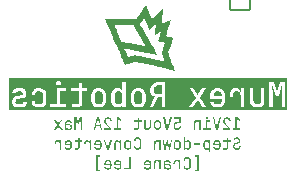
<source format=gbr>
%TF.GenerationSoftware,KiCad,Pcbnew,8.99.0-334-gf341ab9b00*%
%TF.CreationDate,2024-09-09T23:07:31-04:00*%
%TF.ProjectId,Buck Converter,4275636b-2043-46f6-9e76-65727465722e,V1*%
%TF.SameCoordinates,Original*%
%TF.FileFunction,Legend,Bot*%
%TF.FilePolarity,Positive*%
%FSLAX46Y46*%
G04 Gerber Fmt 4.6, Leading zero omitted, Abs format (unit mm)*
G04 Created by KiCad (PCBNEW 8.99.0-334-gf341ab9b00) date 2024-09-09 23:07:31*
%MOMM*%
%LPD*%
G01*
G04 APERTURE LIST*
G04 Aperture macros list*
%AMRoundRect*
0 Rectangle with rounded corners*
0 $1 Rounding radius*
0 $2 $3 $4 $5 $6 $7 $8 $9 X,Y pos of 4 corners*
0 Add a 4 corners polygon primitive as box body*
4,1,4,$2,$3,$4,$5,$6,$7,$8,$9,$2,$3,0*
0 Add four circle primitives for the rounded corners*
1,1,$1+$1,$2,$3*
1,1,$1+$1,$4,$5*
1,1,$1+$1,$6,$7*
1,1,$1+$1,$8,$9*
0 Add four rect primitives between the rounded corners*
20,1,$1+$1,$2,$3,$4,$5,0*
20,1,$1+$1,$4,$5,$6,$7,0*
20,1,$1+$1,$6,$7,$8,$9,0*
20,1,$1+$1,$8,$9,$2,$3,0*%
G04 Aperture macros list end*
%ADD10C,0.100000*%
%ADD11C,0.400000*%
%ADD12RoundRect,0.102000X-0.825000X0.825000X-0.825000X-0.825000X0.825000X-0.825000X0.825000X0.825000X0*%
%ADD13C,1.854000*%
%ADD14RoundRect,0.102000X0.825000X0.825000X-0.825000X0.825000X-0.825000X-0.825000X0.825000X-0.825000X0*%
G04 APERTURE END LIST*
D10*
G36*
X171521057Y-104445000D02*
G01*
X171521057Y-104331182D01*
X171242376Y-104331182D01*
X171242376Y-103532020D01*
X171521057Y-103739382D01*
X171521057Y-103595279D01*
X171288782Y-103413318D01*
X171115858Y-103413318D01*
X171115858Y-104331182D01*
X170887979Y-104331182D01*
X170887979Y-104445000D01*
X171521057Y-104445000D01*
G37*
G36*
X170687456Y-104445000D02*
G01*
X170687456Y-104329717D01*
X170345516Y-103960910D01*
X170310986Y-103922289D01*
X170278636Y-103881395D01*
X170250758Y-103839130D01*
X170240003Y-103819249D01*
X170221101Y-103772801D01*
X170210468Y-103723490D01*
X170208984Y-103697372D01*
X170213731Y-103647507D01*
X170229916Y-103600535D01*
X170257588Y-103561817D01*
X170298885Y-103531157D01*
X170345248Y-103515483D01*
X170389235Y-103511503D01*
X170439334Y-103516560D01*
X170486398Y-103533803D01*
X170525034Y-103563283D01*
X170555397Y-103607052D01*
X170570919Y-103656165D01*
X170574860Y-103702745D01*
X170701378Y-103702745D01*
X170697004Y-103652124D01*
X170684783Y-103598232D01*
X170664894Y-103549903D01*
X170637338Y-103507137D01*
X170612962Y-103479996D01*
X170573372Y-103447924D01*
X170528545Y-103423730D01*
X170478483Y-103407412D01*
X170423185Y-103398972D01*
X170389235Y-103397686D01*
X170337982Y-103400528D01*
X170283373Y-103411029D01*
X170234351Y-103429266D01*
X170190916Y-103455240D01*
X170163311Y-103478531D01*
X170130668Y-103516682D01*
X170106042Y-103560396D01*
X170089435Y-103609673D01*
X170080844Y-103664514D01*
X170079535Y-103698349D01*
X170084297Y-103750070D01*
X170096891Y-103798842D01*
X170117356Y-103849284D01*
X170119835Y-103854420D01*
X170146868Y-103902284D01*
X170178456Y-103947458D01*
X170211930Y-103989013D01*
X170244957Y-104026139D01*
X170256856Y-104038824D01*
X170534071Y-104331182D01*
X170066835Y-104331182D01*
X170066835Y-104445000D01*
X170687456Y-104445000D01*
G37*
G36*
X169634281Y-104445000D02*
G01*
X169898796Y-103413318D01*
X169769347Y-103413318D01*
X169593492Y-104116493D01*
X169581649Y-104165708D01*
X169570440Y-104216370D01*
X169563206Y-104252292D01*
X169553950Y-104301085D01*
X169545621Y-104347058D01*
X169536280Y-104297720D01*
X169526814Y-104251559D01*
X169516052Y-104202821D01*
X169503916Y-104151130D01*
X169495062Y-104115027D01*
X169326290Y-103413318D01*
X169195376Y-103413318D01*
X169461357Y-104445000D01*
X169634281Y-104445000D01*
G37*
G36*
X169010240Y-104445000D02*
G01*
X169010240Y-104331182D01*
X168735956Y-104331182D01*
X168735956Y-103777240D01*
X168982152Y-103777240D01*
X168982152Y-103663422D01*
X168609438Y-103663422D01*
X168609438Y-104331182D01*
X168349075Y-104331182D01*
X168349075Y-104445000D01*
X169010240Y-104445000D01*
G37*
G36*
X168686863Y-103522739D02*
G01*
X168735082Y-103513956D01*
X168760136Y-103497826D01*
X168784158Y-103455259D01*
X168786758Y-103430415D01*
X168776359Y-103382616D01*
X168760136Y-103360806D01*
X168716458Y-103338190D01*
X168686863Y-103335160D01*
X168638730Y-103344201D01*
X168613834Y-103360806D01*
X168589591Y-103404726D01*
X168586967Y-103430415D01*
X168598538Y-103478620D01*
X168613834Y-103497826D01*
X168659791Y-103520306D01*
X168686863Y-103522739D01*
G37*
G36*
X168161252Y-104445000D02*
G01*
X168161252Y-103663422D01*
X168034734Y-103663422D01*
X168034734Y-103821692D01*
X168033269Y-103821692D01*
X168022893Y-103773358D01*
X168001618Y-103728787D01*
X167970010Y-103693220D01*
X167924947Y-103665537D01*
X167874950Y-103651384D01*
X167827861Y-103647791D01*
X167779074Y-103651274D01*
X167728928Y-103663784D01*
X167684766Y-103685391D01*
X167646588Y-103716097D01*
X167642236Y-103720575D01*
X167611996Y-103760127D01*
X167590396Y-103806243D01*
X167577435Y-103858924D01*
X167573183Y-103910403D01*
X167573115Y-103918168D01*
X167573115Y-104445000D01*
X167699877Y-104445000D01*
X167699877Y-103945279D01*
X167704218Y-103893663D01*
X167719021Y-103846363D01*
X167744330Y-103808991D01*
X167785489Y-103778312D01*
X167832784Y-103763875D01*
X167864497Y-103761608D01*
X167914699Y-103767467D01*
X167960643Y-103787222D01*
X167989061Y-103811189D01*
X168016893Y-103853962D01*
X168031121Y-103903309D01*
X168034734Y-103950896D01*
X168034734Y-104445000D01*
X168161252Y-104445000D01*
G37*
G36*
X166198761Y-104460631D02*
G01*
X166249906Y-104457806D01*
X166304344Y-104447369D01*
X166353149Y-104429242D01*
X166396321Y-104403425D01*
X166423708Y-104380275D01*
X166456066Y-104342373D01*
X166480476Y-104298978D01*
X166496938Y-104250089D01*
X166505454Y-104195708D01*
X166506751Y-104162166D01*
X166380233Y-104162166D01*
X166375415Y-104211983D01*
X166358986Y-104258793D01*
X166330896Y-104297233D01*
X166288982Y-104327446D01*
X166241931Y-104342892D01*
X166197295Y-104346814D01*
X166147936Y-104341972D01*
X166101631Y-104325461D01*
X166063695Y-104297233D01*
X166033630Y-104254883D01*
X166018260Y-104207313D01*
X166014357Y-104162166D01*
X166014357Y-104098175D01*
X166019032Y-104048382D01*
X166034974Y-104001653D01*
X166062229Y-103963353D01*
X166102873Y-103932990D01*
X166152996Y-103916641D01*
X166191678Y-103913527D01*
X166471580Y-103913527D01*
X166471580Y-103413318D01*
X165924232Y-103413318D01*
X165924232Y-103527135D01*
X166353367Y-103527135D01*
X166350680Y-103799710D01*
X166184595Y-103799710D01*
X166133573Y-103802475D01*
X166079821Y-103812690D01*
X166032286Y-103830431D01*
X165985575Y-103859923D01*
X165965265Y-103878356D01*
X165931391Y-103921587D01*
X165909691Y-103966026D01*
X165895401Y-104016636D01*
X165888520Y-104073416D01*
X165887840Y-104099640D01*
X165887840Y-104163387D01*
X165890785Y-104212852D01*
X165901666Y-104265482D01*
X165920564Y-104312643D01*
X165947480Y-104354333D01*
X165971615Y-104380764D01*
X166011035Y-104411884D01*
X166056205Y-104435360D01*
X166107125Y-104451194D01*
X166163796Y-104459383D01*
X166198761Y-104460631D01*
G37*
G36*
X165438189Y-104445000D02*
G01*
X165702704Y-103413318D01*
X165573255Y-103413318D01*
X165397400Y-104116493D01*
X165385557Y-104165708D01*
X165374348Y-104216370D01*
X165367114Y-104252292D01*
X165357858Y-104301085D01*
X165349528Y-104347058D01*
X165340188Y-104297720D01*
X165330722Y-104251559D01*
X165319960Y-104202821D01*
X165307824Y-104151130D01*
X165298970Y-104115027D01*
X165130198Y-103413318D01*
X164999284Y-103413318D01*
X165265265Y-104445000D01*
X165438189Y-104445000D01*
G37*
G36*
X164546023Y-103649069D02*
G01*
X164601511Y-103657459D01*
X164651343Y-103673680D01*
X164695518Y-103697731D01*
X164734036Y-103729612D01*
X164761760Y-103762665D01*
X164786854Y-103807218D01*
X164804142Y-103858221D01*
X164812746Y-103907074D01*
X164815614Y-103960666D01*
X164815614Y-104139940D01*
X164813604Y-104184525D01*
X164805888Y-104233824D01*
X164789570Y-104285544D01*
X164765376Y-104331023D01*
X164733304Y-104370261D01*
X164706193Y-104394044D01*
X164663569Y-104420568D01*
X164615498Y-104439191D01*
X164561982Y-104449913D01*
X164511775Y-104452815D01*
X164477860Y-104451525D01*
X164422787Y-104443060D01*
X164373161Y-104426695D01*
X164328981Y-104402428D01*
X164290247Y-104370261D01*
X164262275Y-104337011D01*
X164236955Y-104292423D01*
X164219512Y-104241595D01*
X164210831Y-104193060D01*
X164208709Y-104154106D01*
X164334455Y-104154106D01*
X164338184Y-104201855D01*
X164352869Y-104250716D01*
X164381594Y-104292103D01*
X164410950Y-104314772D01*
X164458926Y-104333457D01*
X164511775Y-104338998D01*
X164550457Y-104336067D01*
X164600581Y-104320680D01*
X164641224Y-104292103D01*
X164668479Y-104254640D01*
X164684421Y-104206728D01*
X164689096Y-104154106D01*
X164689096Y-103946500D01*
X164685309Y-103898752D01*
X164670396Y-103849890D01*
X164641224Y-103808503D01*
X164611630Y-103785834D01*
X164563877Y-103767149D01*
X164511775Y-103761608D01*
X164472498Y-103764539D01*
X164421997Y-103779926D01*
X164381594Y-103808503D01*
X164354756Y-103845966D01*
X164339059Y-103893878D01*
X164334455Y-103946500D01*
X164334455Y-104154106D01*
X164208709Y-104154106D01*
X164207937Y-104139940D01*
X164207937Y-103960666D01*
X164209929Y-103915677D01*
X164217577Y-103866034D01*
X164233749Y-103814109D01*
X164257728Y-103768635D01*
X164289514Y-103729612D01*
X164316450Y-103706041D01*
X164359009Y-103679752D01*
X164407225Y-103661295D01*
X164461097Y-103650667D01*
X164511775Y-103647791D01*
X164546023Y-103649069D01*
G37*
G36*
X163674023Y-104460631D02*
G01*
X163729925Y-104456786D01*
X163780732Y-104445250D01*
X163826443Y-104426025D01*
X163872445Y-104394636D01*
X163887979Y-104380275D01*
X163919195Y-104342266D01*
X163942743Y-104298764D01*
X163958625Y-104249769D01*
X163966839Y-104195280D01*
X163968091Y-104161678D01*
X163968091Y-103663422D01*
X163841329Y-103663422D01*
X163841329Y-104160701D01*
X163836940Y-104210589D01*
X163821975Y-104257643D01*
X163796388Y-104296500D01*
X163758115Y-104327160D01*
X163710705Y-104343669D01*
X163674023Y-104346814D01*
X163623710Y-104340869D01*
X163577777Y-104320822D01*
X163549459Y-104296500D01*
X163521626Y-104253704D01*
X163507398Y-104205905D01*
X163503785Y-104160701D01*
X163503785Y-103663422D01*
X163377023Y-103663422D01*
X163377023Y-104161678D01*
X163379900Y-104211409D01*
X163390527Y-104264328D01*
X163408985Y-104311754D01*
X163435273Y-104353686D01*
X163458845Y-104380275D01*
X163497024Y-104411586D01*
X163540182Y-104435206D01*
X163588319Y-104451136D01*
X163641435Y-104459375D01*
X163674023Y-104460631D01*
G37*
G36*
X162755914Y-104445000D02*
G01*
X162806755Y-104440537D01*
X162856176Y-104425109D01*
X162898156Y-104398662D01*
X162909298Y-104388579D01*
X162939695Y-104349644D01*
X162958834Y-104303362D01*
X162966714Y-104249733D01*
X162966939Y-104238126D01*
X162966939Y-103777240D01*
X163189200Y-103777240D01*
X163189200Y-103663422D01*
X162966939Y-103663422D01*
X162966939Y-103444581D01*
X162840422Y-103444581D01*
X162840422Y-103663422D01*
X162523883Y-103663422D01*
X162523883Y-103777240D01*
X162840422Y-103777240D01*
X162840422Y-104240812D01*
X162829455Y-104288847D01*
X162817219Y-104306025D01*
X162774033Y-104329610D01*
X162755914Y-104331182D01*
X162530966Y-104331182D01*
X162530966Y-104445000D01*
X162755914Y-104445000D01*
G37*
G36*
X161450436Y-104445000D02*
G01*
X161450436Y-104331182D01*
X161171755Y-104331182D01*
X161171755Y-103532020D01*
X161450436Y-103739382D01*
X161450436Y-103595279D01*
X161218161Y-103413318D01*
X161045237Y-103413318D01*
X161045237Y-104331182D01*
X160817358Y-104331182D01*
X160817358Y-104445000D01*
X161450436Y-104445000D01*
G37*
G36*
X160616835Y-104445000D02*
G01*
X160616835Y-104329717D01*
X160274895Y-103960910D01*
X160240365Y-103922289D01*
X160208015Y-103881395D01*
X160180137Y-103839130D01*
X160169382Y-103819249D01*
X160150480Y-103772801D01*
X160139847Y-103723490D01*
X160138363Y-103697372D01*
X160143110Y-103647507D01*
X160159295Y-103600535D01*
X160186967Y-103561817D01*
X160228264Y-103531157D01*
X160274627Y-103515483D01*
X160318614Y-103511503D01*
X160368713Y-103516560D01*
X160415777Y-103533803D01*
X160454413Y-103563283D01*
X160484776Y-103607052D01*
X160500298Y-103656165D01*
X160504239Y-103702745D01*
X160630757Y-103702745D01*
X160626383Y-103652124D01*
X160614161Y-103598232D01*
X160594273Y-103549903D01*
X160566717Y-103507137D01*
X160542341Y-103479996D01*
X160502750Y-103447924D01*
X160457924Y-103423730D01*
X160407862Y-103407412D01*
X160352564Y-103398972D01*
X160318614Y-103397686D01*
X160267360Y-103400528D01*
X160212752Y-103411029D01*
X160163730Y-103429266D01*
X160120295Y-103455240D01*
X160092690Y-103478531D01*
X160060047Y-103516682D01*
X160035421Y-103560396D01*
X160018814Y-103609673D01*
X160010223Y-103664514D01*
X160008914Y-103698349D01*
X160013676Y-103750070D01*
X160026270Y-103798842D01*
X160046735Y-103849284D01*
X160049214Y-103854420D01*
X160076247Y-103902284D01*
X160107835Y-103947458D01*
X160141309Y-103989013D01*
X160174336Y-104026139D01*
X160186235Y-104038824D01*
X160463450Y-104331182D01*
X159996214Y-104331182D01*
X159996214Y-104445000D01*
X160616835Y-104445000D01*
G37*
G36*
X159828175Y-104445000D02*
G01*
X159698726Y-104445000D01*
X159631315Y-104168028D01*
X159320394Y-104168028D01*
X159252738Y-104445000D01*
X159124755Y-104445000D01*
X159225505Y-104054211D01*
X159347016Y-104054211D01*
X159605914Y-104054211D01*
X159527023Y-103742557D01*
X159515176Y-103695831D01*
X159502847Y-103644650D01*
X159492096Y-103596256D01*
X159486357Y-103569175D01*
X159476465Y-103519075D01*
X159471153Y-103547285D01*
X159461078Y-103596256D01*
X159451192Y-103640465D01*
X159438997Y-103691486D01*
X159425907Y-103743778D01*
X159347016Y-104054211D01*
X159225505Y-104054211D01*
X159390736Y-103413318D01*
X159560973Y-103413318D01*
X159828175Y-104445000D01*
G37*
G36*
X158118719Y-104445000D02*
G01*
X158118719Y-103413318D01*
X157931629Y-103413318D01*
X157800959Y-103860771D01*
X157664427Y-103413318D01*
X157477337Y-103413318D01*
X157477337Y-104445000D01*
X157599703Y-104445000D01*
X157599703Y-103959445D01*
X157599472Y-103909697D01*
X157598861Y-103860314D01*
X157597869Y-103806972D01*
X157597749Y-103801420D01*
X157596358Y-103750982D01*
X157594658Y-103700234D01*
X157592648Y-103649178D01*
X157591399Y-103620680D01*
X157588829Y-103570609D01*
X157585747Y-103518373D01*
X157582082Y-103465047D01*
X157581385Y-103455816D01*
X157747470Y-103984113D01*
X157857135Y-103984113D01*
X158016137Y-103468517D01*
X158010962Y-103521777D01*
X158006673Y-103577510D01*
X158003646Y-103628305D01*
X158001296Y-103680994D01*
X158000750Y-103696395D01*
X157999037Y-103751319D01*
X157997744Y-103807739D01*
X157996972Y-103857290D01*
X157996508Y-103907940D01*
X157996353Y-103959689D01*
X157996353Y-104445000D01*
X158118719Y-104445000D01*
G37*
G36*
X156973325Y-103648031D02*
G01*
X157026102Y-103652659D01*
X157073970Y-103663178D01*
X157122666Y-103682412D01*
X157164951Y-103709340D01*
X157187634Y-103729291D01*
X157219688Y-103769200D01*
X157240459Y-103814247D01*
X157249947Y-103864434D01*
X157123429Y-103864434D01*
X157111451Y-103823590D01*
X157075558Y-103788719D01*
X157057709Y-103779505D01*
X157008315Y-103765420D01*
X156957344Y-103761608D01*
X156909920Y-103765341D01*
X156857029Y-103783109D01*
X156819893Y-103815510D01*
X156798512Y-103862543D01*
X156792725Y-103914504D01*
X156792725Y-103976053D01*
X157032083Y-103976053D01*
X157068276Y-103977961D01*
X157118617Y-103987979D01*
X157164218Y-104006584D01*
X157184949Y-104018774D01*
X157223798Y-104050901D01*
X157254344Y-104090847D01*
X157266906Y-104115244D01*
X157282050Y-104165265D01*
X157286584Y-104216877D01*
X157284111Y-104256350D01*
X157273120Y-104304412D01*
X157250245Y-104352242D01*
X157216242Y-104393464D01*
X157172772Y-104425933D01*
X157127579Y-104445873D01*
X157076219Y-104457417D01*
X157026221Y-104460631D01*
X157013917Y-104460462D01*
X156962328Y-104455523D01*
X156912259Y-104442013D01*
X156865997Y-104417400D01*
X156835828Y-104390472D01*
X156807744Y-104346875D01*
X156794190Y-104299187D01*
X156791503Y-104299187D01*
X156791503Y-104445000D01*
X156666207Y-104445000D01*
X156666207Y-104069842D01*
X156792725Y-104069842D01*
X156792725Y-104178531D01*
X156796159Y-104215442D01*
X156814191Y-104263138D01*
X156847679Y-104301629D01*
X156854696Y-104307101D01*
X156898578Y-104330884D01*
X156946234Y-104343240D01*
X156995446Y-104346814D01*
X157018378Y-104345902D01*
X157070468Y-104334990D01*
X157114392Y-104309445D01*
X157122031Y-104302152D01*
X157148954Y-104258474D01*
X157157135Y-104206863D01*
X157156984Y-104199204D01*
X157146244Y-104147910D01*
X157118544Y-104107456D01*
X157111061Y-104100734D01*
X157067591Y-104077042D01*
X157017916Y-104069842D01*
X156792725Y-104069842D01*
X156666207Y-104069842D01*
X156666207Y-103906933D01*
X156666280Y-103899337D01*
X156670908Y-103849123D01*
X156685013Y-103798061D01*
X156708522Y-103753746D01*
X156741434Y-103716179D01*
X156761263Y-103700150D01*
X156807059Y-103674505D01*
X156853842Y-103659078D01*
X156906889Y-103650195D01*
X156957344Y-103647791D01*
X156973325Y-103648031D01*
G37*
G36*
X156471301Y-104445000D02*
G01*
X156197016Y-104048593D01*
X156454448Y-103663422D01*
X156305216Y-103663422D01*
X156151831Y-103910352D01*
X156133025Y-103945034D01*
X156118126Y-103975565D01*
X156104937Y-103945034D01*
X156085886Y-103910352D01*
X155932501Y-103663422D01*
X155783269Y-103663422D01*
X156040701Y-104050059D01*
X155767882Y-104445000D01*
X155917114Y-104445000D01*
X156082955Y-104192941D01*
X156102006Y-104157281D01*
X156118126Y-104124309D01*
X156134490Y-104157281D01*
X156156228Y-104192941D01*
X156322069Y-104445000D01*
X156471301Y-104445000D01*
G37*
G36*
X171219905Y-106140631D02*
G01*
X171273738Y-106137840D01*
X171323312Y-106129468D01*
X171375765Y-106112647D01*
X171422421Y-106088229D01*
X171457798Y-106061252D01*
X171492249Y-106023577D01*
X171518238Y-105980222D01*
X171535766Y-105931186D01*
X171544832Y-105876471D01*
X171546214Y-105842655D01*
X171419696Y-105842655D01*
X171414353Y-105893020D01*
X171396134Y-105939937D01*
X171364986Y-105977965D01*
X171323048Y-106005777D01*
X171272799Y-106022044D01*
X171219905Y-106026814D01*
X171168843Y-106021829D01*
X171120609Y-106004830D01*
X171080687Y-105975767D01*
X171048985Y-105933120D01*
X171032778Y-105886363D01*
X171028663Y-105842655D01*
X171034974Y-105791290D01*
X171053908Y-105746190D01*
X171061636Y-105734455D01*
X171096050Y-105699627D01*
X171141591Y-105675925D01*
X171156646Y-105671196D01*
X171312718Y-105627233D01*
X171358727Y-105610288D01*
X171404283Y-105584584D01*
X171443271Y-105551847D01*
X171465614Y-105526116D01*
X171492415Y-105482970D01*
X171510445Y-105435690D01*
X171519703Y-105384275D01*
X171521057Y-105353925D01*
X171517479Y-105304566D01*
X171505279Y-105254734D01*
X171484420Y-105209577D01*
X171455769Y-105169881D01*
X171416614Y-105134080D01*
X171381838Y-105112369D01*
X171333995Y-105092623D01*
X171281476Y-105081073D01*
X171229675Y-105077686D01*
X171177182Y-105081073D01*
X171128696Y-105091234D01*
X171079989Y-105110235D01*
X171075802Y-105112369D01*
X171033227Y-105139416D01*
X170997521Y-105172871D01*
X170971022Y-105208845D01*
X170949329Y-105253440D01*
X170936641Y-105302595D01*
X170932920Y-105351238D01*
X171059438Y-105351238D01*
X171066170Y-105301974D01*
X171088656Y-105256898D01*
X171107309Y-105236200D01*
X171150599Y-105207261D01*
X171198358Y-105193642D01*
X171229675Y-105191503D01*
X171281745Y-105197789D01*
X171329161Y-105218784D01*
X171350819Y-105236200D01*
X171380866Y-105276671D01*
X171395594Y-105325848D01*
X171397226Y-105351482D01*
X171390571Y-105401063D01*
X171368803Y-105446141D01*
X171366939Y-105448691D01*
X171330486Y-105482824D01*
X171285109Y-105503622D01*
X171281699Y-105504623D01*
X171121475Y-105549808D01*
X171072932Y-105567118D01*
X171030129Y-105590718D01*
X170988835Y-105624786D01*
X170961741Y-105656786D01*
X170934231Y-105703324D01*
X170915725Y-105754459D01*
X170906833Y-105803773D01*
X170904832Y-105843143D01*
X170907846Y-105892219D01*
X170918981Y-105944568D01*
X170938320Y-105991635D01*
X170965864Y-106033419D01*
X170990561Y-106060031D01*
X171030838Y-106091437D01*
X171076654Y-106115129D01*
X171128010Y-106131107D01*
X171176439Y-106138663D01*
X171219905Y-106140631D01*
G37*
G36*
X170308879Y-106125000D02*
G01*
X170359721Y-106120537D01*
X170409142Y-106105109D01*
X170451121Y-106078662D01*
X170462264Y-106068579D01*
X170492661Y-106029644D01*
X170511799Y-105983362D01*
X170519680Y-105929733D01*
X170519905Y-105918126D01*
X170519905Y-105457240D01*
X170742166Y-105457240D01*
X170742166Y-105343422D01*
X170519905Y-105343422D01*
X170519905Y-105124581D01*
X170393387Y-105124581D01*
X170393387Y-105343422D01*
X170076849Y-105343422D01*
X170076849Y-105457240D01*
X170393387Y-105457240D01*
X170393387Y-105920812D01*
X170382420Y-105968847D01*
X170370184Y-105986025D01*
X170326999Y-106009610D01*
X170308879Y-106011182D01*
X170083932Y-106011182D01*
X170083932Y-106125000D01*
X170308879Y-106125000D01*
G37*
G36*
X169580395Y-105329096D02*
G01*
X169634718Y-105337661D01*
X169683992Y-105354221D01*
X169728217Y-105378774D01*
X169767393Y-105411322D01*
X169795781Y-105444787D01*
X169821476Y-105489473D01*
X169839178Y-105540236D01*
X169847987Y-105588585D01*
X169850924Y-105641399D01*
X169850924Y-105827023D01*
X169848885Y-105871351D01*
X169841054Y-105920466D01*
X169824494Y-105972146D01*
X169799941Y-106017772D01*
X169767393Y-106057344D01*
X169739925Y-106081338D01*
X169697143Y-106108097D01*
X169649311Y-106126885D01*
X169596431Y-106137703D01*
X169547086Y-106140631D01*
X169539478Y-106140574D01*
X169488452Y-106136998D01*
X169434917Y-106126099D01*
X169386481Y-106107933D01*
X169343143Y-106082501D01*
X169319332Y-106063258D01*
X169284947Y-106023570D01*
X169261458Y-105977391D01*
X169248865Y-105924720D01*
X169375383Y-105924720D01*
X169394312Y-105966791D01*
X169431071Y-105999214D01*
X169449065Y-106008594D01*
X169497799Y-106022933D01*
X169547086Y-106026814D01*
X169585860Y-106023669D01*
X169636464Y-106007160D01*
X169678000Y-105976500D01*
X169705950Y-105937470D01*
X169722299Y-105889897D01*
X169727093Y-105839235D01*
X169727093Y-105765474D01*
X169243248Y-105765474D01*
X169243248Y-105671685D01*
X169367079Y-105671685D01*
X169727093Y-105671685D01*
X169727093Y-105632362D01*
X169723364Y-105584382D01*
X169708679Y-105534607D01*
X169679954Y-105491434D01*
X169642986Y-105463066D01*
X169596898Y-105446474D01*
X169547086Y-105441608D01*
X169501916Y-105445549D01*
X169454999Y-105461071D01*
X169414218Y-105491434D01*
X169387380Y-105530566D01*
X169371682Y-105579454D01*
X169367079Y-105632362D01*
X169367079Y-105671685D01*
X169243248Y-105671685D01*
X169243248Y-105626256D01*
X169243285Y-105620586D01*
X169247750Y-105566509D01*
X169259657Y-105517202D01*
X169281350Y-105468475D01*
X169307992Y-105429711D01*
X169344186Y-105393792D01*
X169387595Y-105364916D01*
X169400576Y-105358281D01*
X169446792Y-105340879D01*
X169497539Y-105330727D01*
X169547086Y-105327791D01*
X169580395Y-105329096D01*
G37*
G36*
X168714418Y-105332227D02*
G01*
X168764116Y-105347356D01*
X168806542Y-105373220D01*
X168834470Y-105401399D01*
X168860287Y-105447567D01*
X168872487Y-105498517D01*
X168873953Y-105498517D01*
X168873953Y-105343422D01*
X169000471Y-105343422D01*
X169000471Y-106375104D01*
X168873953Y-106375104D01*
X168873953Y-106150401D01*
X168876639Y-105974790D01*
X168872487Y-105974790D01*
X168864702Y-106011030D01*
X168842148Y-106057947D01*
X168806542Y-106095935D01*
X168764116Y-106121382D01*
X168714418Y-106136266D01*
X168662927Y-106140631D01*
X168607545Y-106135731D01*
X168558147Y-106121031D01*
X168514733Y-106096530D01*
X168477302Y-106062229D01*
X168461102Y-106041736D01*
X168435182Y-105995391D01*
X168419589Y-105948978D01*
X168410612Y-105897096D01*
X168408182Y-105848272D01*
X168408182Y-105847295D01*
X168534944Y-105847295D01*
X168537752Y-105891412D01*
X168550787Y-105941404D01*
X168579884Y-105984560D01*
X168607946Y-106004985D01*
X168654016Y-106021821D01*
X168704937Y-106026814D01*
X168741680Y-106023730D01*
X168789410Y-106007542D01*
X168828279Y-105977477D01*
X168854283Y-105938887D01*
X168869492Y-105891293D01*
X168873953Y-105840212D01*
X168873953Y-105628210D01*
X168870340Y-105581921D01*
X168856112Y-105533585D01*
X168828279Y-105491189D01*
X168799958Y-105467222D01*
X168754443Y-105447467D01*
X168704937Y-105441608D01*
X168671571Y-105443607D01*
X168622203Y-105456332D01*
X168579884Y-105483374D01*
X168552499Y-105522208D01*
X168538499Y-105571324D01*
X168534944Y-105621127D01*
X168534944Y-105847295D01*
X168408182Y-105847295D01*
X168408182Y-105618684D01*
X168408452Y-105601966D01*
X168413649Y-105547013D01*
X168425462Y-105497601D01*
X168447062Y-105447913D01*
X168477302Y-105405460D01*
X168481654Y-105400682D01*
X168519832Y-105367915D01*
X168563994Y-105344857D01*
X168614140Y-105331507D01*
X168662927Y-105327791D01*
X168714418Y-105332227D01*
G37*
G36*
X168093841Y-105718579D02*
G01*
X168093841Y-105604762D01*
X167643457Y-105604762D01*
X167643457Y-105718579D01*
X168093841Y-105718579D01*
G37*
G36*
X166863346Y-105320708D02*
G01*
X166860659Y-105498517D01*
X166862124Y-105498517D01*
X166873607Y-105452559D01*
X166896540Y-105409388D01*
X166930268Y-105373953D01*
X166972972Y-105347671D01*
X167022832Y-105332299D01*
X167074371Y-105327791D01*
X167129769Y-105332691D01*
X167179213Y-105347391D01*
X167222703Y-105371892D01*
X167260240Y-105406193D01*
X167276383Y-105426686D01*
X167302212Y-105473031D01*
X167317749Y-105519444D01*
X167326695Y-105571326D01*
X167329117Y-105620150D01*
X167329117Y-105849738D01*
X167328845Y-105866281D01*
X167323611Y-105920758D01*
X167311714Y-105969905D01*
X167289962Y-106019548D01*
X167259508Y-106062229D01*
X167221833Y-106096530D01*
X167178419Y-106121031D01*
X167129265Y-106135731D01*
X167074371Y-106140631D01*
X167022904Y-106136338D01*
X166973287Y-106121697D01*
X166931001Y-106096667D01*
X166902955Y-106069252D01*
X166877040Y-106024344D01*
X166864811Y-105974790D01*
X166863346Y-105974790D01*
X166863346Y-106125000D01*
X166736828Y-106125000D01*
X166736828Y-105840212D01*
X166863346Y-105840212D01*
X166866920Y-105886520D01*
X166880996Y-105934933D01*
X166908531Y-105977477D01*
X166936495Y-106001326D01*
X166982136Y-106020984D01*
X167032362Y-106026814D01*
X167065728Y-106024792D01*
X167115095Y-106011918D01*
X167157414Y-105984560D01*
X167184800Y-105945336D01*
X167198800Y-105896467D01*
X167202355Y-105847295D01*
X167202355Y-105621127D01*
X167199546Y-105576430D01*
X167186511Y-105526139D01*
X167157414Y-105483374D01*
X167129353Y-105463184D01*
X167083282Y-105446543D01*
X167032362Y-105441608D01*
X166995038Y-105444707D01*
X166947010Y-105460976D01*
X166908531Y-105491189D01*
X166882805Y-105529640D01*
X166867758Y-105577152D01*
X166863346Y-105628210D01*
X166863346Y-105840212D01*
X166736828Y-105840212D01*
X166736828Y-105093318D01*
X166863346Y-105093318D01*
X166863346Y-105320708D01*
G37*
G36*
X166224460Y-105329069D02*
G01*
X166279948Y-105337459D01*
X166329780Y-105353680D01*
X166373955Y-105377731D01*
X166412473Y-105409612D01*
X166440197Y-105442665D01*
X166465291Y-105487218D01*
X166482579Y-105538221D01*
X166491182Y-105587074D01*
X166494050Y-105640666D01*
X166494050Y-105819940D01*
X166492041Y-105864525D01*
X166484324Y-105913824D01*
X166468007Y-105965544D01*
X166443812Y-106011023D01*
X166411741Y-106050261D01*
X166384629Y-106074044D01*
X166342005Y-106100568D01*
X166293935Y-106119191D01*
X166240419Y-106129913D01*
X166190212Y-106132815D01*
X166156297Y-106131525D01*
X166101224Y-106123060D01*
X166051598Y-106106695D01*
X166007418Y-106082428D01*
X165968684Y-106050261D01*
X165940712Y-106017011D01*
X165915392Y-105972423D01*
X165897949Y-105921595D01*
X165889268Y-105873060D01*
X165887146Y-105834106D01*
X166012892Y-105834106D01*
X166016621Y-105881855D01*
X166031306Y-105930716D01*
X166060031Y-105972103D01*
X166089387Y-105994772D01*
X166137363Y-106013457D01*
X166190212Y-106018998D01*
X166228894Y-106016067D01*
X166279017Y-106000680D01*
X166319661Y-105972103D01*
X166346916Y-105934640D01*
X166362858Y-105886728D01*
X166367533Y-105834106D01*
X166367533Y-105626500D01*
X166363746Y-105578752D01*
X166348833Y-105529890D01*
X166319661Y-105488503D01*
X166290067Y-105465834D01*
X166242314Y-105447149D01*
X166190212Y-105441608D01*
X166150935Y-105444539D01*
X166100434Y-105459926D01*
X166060031Y-105488503D01*
X166033193Y-105525966D01*
X166017495Y-105573878D01*
X166012892Y-105626500D01*
X166012892Y-105834106D01*
X165887146Y-105834106D01*
X165886374Y-105819940D01*
X165886374Y-105640666D01*
X165888366Y-105595677D01*
X165896014Y-105546034D01*
X165912186Y-105494109D01*
X165936165Y-105448635D01*
X165967951Y-105409612D01*
X165994887Y-105386041D01*
X166037446Y-105359752D01*
X166085662Y-105341295D01*
X166139534Y-105330667D01*
X166190212Y-105327791D01*
X166224460Y-105329069D01*
G37*
G36*
X165602808Y-106125000D02*
G01*
X165729326Y-105343422D01*
X165619661Y-105343422D01*
X165541015Y-105896144D01*
X165534558Y-105946748D01*
X165532466Y-105965265D01*
X165527749Y-106014129D01*
X165526849Y-106027058D01*
X165521555Y-105976691D01*
X165520498Y-105965265D01*
X165514758Y-105916327D01*
X165511461Y-105896144D01*
X165414253Y-105343422D01*
X165287735Y-105343422D01*
X165190526Y-105896144D01*
X165182830Y-105944491D01*
X165180024Y-105965265D01*
X165174620Y-106014129D01*
X165173674Y-106027058D01*
X165168097Y-105976691D01*
X165166835Y-105965265D01*
X165160905Y-105916327D01*
X165158286Y-105896144D01*
X165076709Y-105343422D01*
X164972662Y-105343422D01*
X165104797Y-106125000D01*
X165244016Y-106125000D01*
X165332676Y-105592550D01*
X165339411Y-105541583D01*
X165343178Y-105509263D01*
X165348748Y-105459971D01*
X165350994Y-105441120D01*
X165355818Y-105490892D01*
X165358077Y-105509263D01*
X165365264Y-105559834D01*
X165370778Y-105592550D01*
X165463590Y-106125000D01*
X165602808Y-106125000D01*
G37*
G36*
X164804378Y-106125000D02*
G01*
X164804378Y-105343422D01*
X164677861Y-105343422D01*
X164677861Y-105501692D01*
X164676395Y-105501692D01*
X164666020Y-105453358D01*
X164644744Y-105408787D01*
X164613136Y-105373220D01*
X164568073Y-105345537D01*
X164518076Y-105331384D01*
X164470987Y-105327791D01*
X164422200Y-105331274D01*
X164372054Y-105343784D01*
X164327892Y-105365391D01*
X164289714Y-105396097D01*
X164285362Y-105400575D01*
X164255122Y-105440127D01*
X164233522Y-105486243D01*
X164220562Y-105538924D01*
X164216309Y-105590403D01*
X164216242Y-105598168D01*
X164216242Y-106125000D01*
X164343004Y-106125000D01*
X164343004Y-105625279D01*
X164347345Y-105573663D01*
X164362148Y-105526363D01*
X164387456Y-105488991D01*
X164428615Y-105458312D01*
X164475910Y-105443875D01*
X164507623Y-105441608D01*
X164557825Y-105447467D01*
X164603770Y-105467222D01*
X164632187Y-105491189D01*
X164660019Y-105533962D01*
X164674248Y-105583309D01*
X164677861Y-105630896D01*
X164677861Y-106125000D01*
X164804378Y-106125000D01*
G37*
G36*
X162822103Y-106140631D02*
G01*
X162872782Y-106137840D01*
X162926654Y-106127530D01*
X162974870Y-106109624D01*
X163017429Y-106084120D01*
X163044364Y-106061252D01*
X163076151Y-106023672D01*
X163100130Y-105980389D01*
X163116302Y-105931402D01*
X163124667Y-105876711D01*
X163125942Y-105842899D01*
X163125942Y-105375418D01*
X163123074Y-105325398D01*
X163112478Y-105272337D01*
X163094076Y-105224980D01*
X163067866Y-105183326D01*
X163044364Y-105157065D01*
X163005846Y-105126135D01*
X162961671Y-105102802D01*
X162911839Y-105087066D01*
X162856351Y-105078926D01*
X162822103Y-105077686D01*
X162772338Y-105080494D01*
X162719292Y-105090867D01*
X162671646Y-105108884D01*
X162629399Y-105134545D01*
X162602529Y-105157554D01*
X162570743Y-105195242D01*
X162546764Y-105238424D01*
X162530592Y-105287098D01*
X162522227Y-105341266D01*
X162520952Y-105374685D01*
X162647714Y-105374685D01*
X162652174Y-105323666D01*
X162667384Y-105276637D01*
X162693387Y-105239131D01*
X162732898Y-105210108D01*
X162782918Y-105194480D01*
X162822103Y-105191503D01*
X162874953Y-105197131D01*
X162922929Y-105216108D01*
X162952285Y-105239131D01*
X162981010Y-105280518D01*
X162995695Y-105328414D01*
X162999424Y-105374685D01*
X162999424Y-105843632D01*
X162994820Y-105894651D01*
X162979123Y-105941681D01*
X162952285Y-105979187D01*
X162911882Y-106008209D01*
X162861381Y-106023837D01*
X162822103Y-106026814D01*
X162769427Y-106021186D01*
X162722035Y-106002210D01*
X162693387Y-105979187D01*
X162665555Y-105937764D01*
X162651327Y-105889777D01*
X162647714Y-105843387D01*
X162520952Y-105843387D01*
X162523820Y-105892852D01*
X162534415Y-105945482D01*
X162552818Y-105992643D01*
X162579028Y-106034333D01*
X162602529Y-106060764D01*
X162640919Y-106091884D01*
X162684708Y-106115360D01*
X162733897Y-106131194D01*
X162788486Y-106139383D01*
X162822103Y-106140631D01*
G37*
G36*
X162028368Y-105329069D02*
G01*
X162083856Y-105337459D01*
X162133688Y-105353680D01*
X162177863Y-105377731D01*
X162216381Y-105409612D01*
X162244105Y-105442665D01*
X162269199Y-105487218D01*
X162286487Y-105538221D01*
X162295090Y-105587074D01*
X162297958Y-105640666D01*
X162297958Y-105819940D01*
X162295949Y-105864525D01*
X162288232Y-105913824D01*
X162271915Y-105965544D01*
X162247720Y-106011023D01*
X162215648Y-106050261D01*
X162188537Y-106074044D01*
X162145913Y-106100568D01*
X162097843Y-106119191D01*
X162044326Y-106129913D01*
X161994120Y-106132815D01*
X161960205Y-106131525D01*
X161905132Y-106123060D01*
X161855506Y-106106695D01*
X161811326Y-106082428D01*
X161772592Y-106050261D01*
X161744619Y-106017011D01*
X161719300Y-105972423D01*
X161701857Y-105921595D01*
X161693176Y-105873060D01*
X161691054Y-105834106D01*
X161816800Y-105834106D01*
X161820529Y-105881855D01*
X161835214Y-105930716D01*
X161863939Y-105972103D01*
X161893294Y-105994772D01*
X161941271Y-106013457D01*
X161994120Y-106018998D01*
X162032802Y-106016067D01*
X162082925Y-106000680D01*
X162123569Y-105972103D01*
X162150824Y-105934640D01*
X162166766Y-105886728D01*
X162171441Y-105834106D01*
X162171441Y-105626500D01*
X162167654Y-105578752D01*
X162152741Y-105529890D01*
X162123569Y-105488503D01*
X162093975Y-105465834D01*
X162046222Y-105447149D01*
X161994120Y-105441608D01*
X161954843Y-105444539D01*
X161904342Y-105459926D01*
X161863939Y-105488503D01*
X161837101Y-105525966D01*
X161821403Y-105573878D01*
X161816800Y-105626500D01*
X161816800Y-105834106D01*
X161691054Y-105834106D01*
X161690282Y-105819940D01*
X161690282Y-105640666D01*
X161692274Y-105595677D01*
X161699922Y-105546034D01*
X161716094Y-105494109D01*
X161740073Y-105448635D01*
X161771859Y-105409612D01*
X161798795Y-105386041D01*
X161841354Y-105359752D01*
X161889569Y-105341295D01*
X161943442Y-105330667D01*
X161994120Y-105327791D01*
X162028368Y-105329069D01*
G37*
G36*
X161447505Y-106125000D02*
G01*
X161447505Y-105343422D01*
X161320987Y-105343422D01*
X161320987Y-105501692D01*
X161319521Y-105501692D01*
X161309146Y-105453358D01*
X161287870Y-105408787D01*
X161256263Y-105373220D01*
X161211200Y-105345537D01*
X161161202Y-105331384D01*
X161114113Y-105327791D01*
X161065327Y-105331274D01*
X161015181Y-105343784D01*
X160971018Y-105365391D01*
X160932840Y-105396097D01*
X160928489Y-105400575D01*
X160898248Y-105440127D01*
X160876648Y-105486243D01*
X160863688Y-105538924D01*
X160859435Y-105590403D01*
X160859368Y-105598168D01*
X160859368Y-106125000D01*
X160986130Y-106125000D01*
X160986130Y-105625279D01*
X160990471Y-105573663D01*
X161005274Y-105526363D01*
X161030582Y-105488991D01*
X161071741Y-105458312D01*
X161119037Y-105443875D01*
X161150750Y-105441608D01*
X161200952Y-105447467D01*
X161246896Y-105467222D01*
X161275314Y-105491189D01*
X161303146Y-105533962D01*
X161317374Y-105583309D01*
X161320987Y-105630896D01*
X161320987Y-106125000D01*
X161447505Y-106125000D01*
G37*
G36*
X160398726Y-106125000D02*
G01*
X160661775Y-105343422D01*
X160525244Y-105343422D01*
X160356472Y-105870498D01*
X160341295Y-105919359D01*
X160329849Y-105960868D01*
X160317417Y-106009620D01*
X160312752Y-106028524D01*
X160300278Y-105978965D01*
X160296144Y-105960868D01*
X160283564Y-105910877D01*
X160271964Y-105870498D01*
X160103192Y-105343422D01*
X159969591Y-105343422D01*
X160232641Y-106125000D01*
X160398726Y-106125000D01*
G37*
G36*
X159509774Y-105329096D02*
G01*
X159564097Y-105337661D01*
X159613371Y-105354221D01*
X159657596Y-105378774D01*
X159696772Y-105411322D01*
X159725159Y-105444787D01*
X159750855Y-105489473D01*
X159768556Y-105540236D01*
X159777366Y-105588585D01*
X159780303Y-105641399D01*
X159780303Y-105827023D01*
X159778264Y-105871351D01*
X159770433Y-105920466D01*
X159753873Y-105972146D01*
X159729320Y-106017772D01*
X159696772Y-106057344D01*
X159669304Y-106081338D01*
X159626522Y-106108097D01*
X159578690Y-106126885D01*
X159525810Y-106137703D01*
X159476465Y-106140631D01*
X159468857Y-106140574D01*
X159417831Y-106136998D01*
X159364296Y-106126099D01*
X159315860Y-106107933D01*
X159272522Y-106082501D01*
X159248711Y-106063258D01*
X159214326Y-106023570D01*
X159190837Y-105977391D01*
X159178244Y-105924720D01*
X159304762Y-105924720D01*
X159323691Y-105966791D01*
X159360450Y-105999214D01*
X159378444Y-106008594D01*
X159427177Y-106022933D01*
X159476465Y-106026814D01*
X159515238Y-106023669D01*
X159565843Y-106007160D01*
X159607379Y-105976500D01*
X159635329Y-105937470D01*
X159651678Y-105889897D01*
X159656472Y-105839235D01*
X159656472Y-105765474D01*
X159172627Y-105765474D01*
X159172627Y-105671685D01*
X159296458Y-105671685D01*
X159656472Y-105671685D01*
X159656472Y-105632362D01*
X159652743Y-105584382D01*
X159638058Y-105534607D01*
X159609333Y-105491434D01*
X159572365Y-105463066D01*
X159526277Y-105446474D01*
X159476465Y-105441608D01*
X159431295Y-105445549D01*
X159384378Y-105461071D01*
X159343597Y-105491434D01*
X159316759Y-105530566D01*
X159301061Y-105579454D01*
X159296458Y-105632362D01*
X159296458Y-105671685D01*
X159172627Y-105671685D01*
X159172627Y-105626256D01*
X159172664Y-105620586D01*
X159177129Y-105566509D01*
X159189036Y-105517202D01*
X159210729Y-105468475D01*
X159237371Y-105429711D01*
X159273565Y-105393792D01*
X159316974Y-105364916D01*
X159329955Y-105358281D01*
X159376171Y-105340879D01*
X159426918Y-105330727D01*
X159476465Y-105327791D01*
X159509774Y-105329096D01*
G37*
G36*
X158901762Y-106125000D02*
G01*
X158901762Y-105343422D01*
X158774999Y-105343422D01*
X158774999Y-105496318D01*
X158772313Y-105496318D01*
X158760430Y-105446730D01*
X158735683Y-105401324D01*
X158709054Y-105373220D01*
X158663785Y-105345537D01*
X158613237Y-105331384D01*
X158565439Y-105327791D01*
X158515198Y-105331320D01*
X158464278Y-105343998D01*
X158420287Y-105365896D01*
X158379082Y-105401552D01*
X158350444Y-105442325D01*
X158329989Y-105490884D01*
X158318803Y-105539759D01*
X158313880Y-105594595D01*
X158313625Y-105611357D01*
X158313625Y-105678524D01*
X158440387Y-105678524D01*
X158440387Y-105611845D01*
X158444406Y-105562802D01*
X158459839Y-105514923D01*
X158492473Y-105474192D01*
X158540863Y-105449754D01*
X158594878Y-105441774D01*
X158605006Y-105441608D01*
X158657313Y-105447322D01*
X158703841Y-105466591D01*
X158731524Y-105489968D01*
X158758017Y-105532031D01*
X158771561Y-105581089D01*
X158774999Y-105628698D01*
X158774999Y-106125000D01*
X158901762Y-106125000D01*
G37*
G36*
X157720603Y-106125000D02*
G01*
X157771445Y-106120537D01*
X157820866Y-106105109D01*
X157862845Y-106078662D01*
X157873988Y-106068579D01*
X157904384Y-106029644D01*
X157923523Y-105983362D01*
X157931404Y-105929733D01*
X157931629Y-105918126D01*
X157931629Y-105457240D01*
X158153890Y-105457240D01*
X158153890Y-105343422D01*
X157931629Y-105343422D01*
X157931629Y-105124581D01*
X157805111Y-105124581D01*
X157805111Y-105343422D01*
X157488572Y-105343422D01*
X157488572Y-105457240D01*
X157805111Y-105457240D01*
X157805111Y-105920812D01*
X157794144Y-105968847D01*
X157781908Y-105986025D01*
X157738723Y-106009610D01*
X157720603Y-106011182D01*
X157495655Y-106011182D01*
X157495655Y-106125000D01*
X157720603Y-106125000D01*
G37*
G36*
X156992118Y-105329096D02*
G01*
X157046441Y-105337661D01*
X157095715Y-105354221D01*
X157139941Y-105378774D01*
X157179117Y-105411322D01*
X157207504Y-105444787D01*
X157233200Y-105489473D01*
X157250901Y-105540236D01*
X157259711Y-105588585D01*
X157262648Y-105641399D01*
X157262648Y-105827023D01*
X157260608Y-105871351D01*
X157252777Y-105920466D01*
X157236218Y-105972146D01*
X157211664Y-106017772D01*
X157179117Y-106057344D01*
X157151649Y-106081338D01*
X157108866Y-106108097D01*
X157061035Y-106126885D01*
X157008154Y-106137703D01*
X156958810Y-106140631D01*
X156951202Y-106140574D01*
X156900176Y-106136998D01*
X156846641Y-106126099D01*
X156798205Y-106107933D01*
X156754867Y-106082501D01*
X156731056Y-106063258D01*
X156696670Y-106023570D01*
X156673181Y-105977391D01*
X156660589Y-105924720D01*
X156787107Y-105924720D01*
X156806036Y-105966791D01*
X156842794Y-105999214D01*
X156860789Y-106008594D01*
X156909522Y-106022933D01*
X156958810Y-106026814D01*
X156997583Y-106023669D01*
X157048187Y-106007160D01*
X157089724Y-105976500D01*
X157117674Y-105937470D01*
X157134022Y-105889897D01*
X157138817Y-105839235D01*
X157138817Y-105765474D01*
X156654972Y-105765474D01*
X156654972Y-105671685D01*
X156778803Y-105671685D01*
X157138817Y-105671685D01*
X157138817Y-105632362D01*
X157135088Y-105584382D01*
X157120403Y-105534607D01*
X157091678Y-105491434D01*
X157054710Y-105463066D01*
X157008622Y-105446474D01*
X156958810Y-105441608D01*
X156913640Y-105445549D01*
X156866722Y-105461071D01*
X156825942Y-105491434D01*
X156799104Y-105530566D01*
X156783406Y-105579454D01*
X156778803Y-105632362D01*
X156778803Y-105671685D01*
X156654972Y-105671685D01*
X156654972Y-105626256D01*
X156655009Y-105620586D01*
X156659474Y-105566509D01*
X156671381Y-105517202D01*
X156693073Y-105468475D01*
X156719716Y-105429711D01*
X156755910Y-105393792D01*
X156799319Y-105364916D01*
X156812300Y-105358281D01*
X156858515Y-105340879D01*
X156909262Y-105330727D01*
X156958810Y-105327791D01*
X156992118Y-105329096D01*
G37*
G36*
X156384106Y-106125000D02*
G01*
X156384106Y-105343422D01*
X156257344Y-105343422D01*
X156257344Y-105496318D01*
X156254658Y-105496318D01*
X156242775Y-105446730D01*
X156218028Y-105401324D01*
X156191399Y-105373220D01*
X156146130Y-105345537D01*
X156095582Y-105331384D01*
X156047784Y-105327791D01*
X155997543Y-105331320D01*
X155946622Y-105343998D01*
X155902632Y-105365896D01*
X155861427Y-105401552D01*
X155832789Y-105442325D01*
X155812334Y-105490884D01*
X155801147Y-105539759D01*
X155796225Y-105594595D01*
X155795969Y-105611357D01*
X155795969Y-105678524D01*
X155922732Y-105678524D01*
X155922732Y-105611845D01*
X155926751Y-105562802D01*
X155942184Y-105514923D01*
X155974818Y-105474192D01*
X156023207Y-105449754D01*
X156077223Y-105441774D01*
X156087351Y-105441608D01*
X156139657Y-105447322D01*
X156186186Y-105466591D01*
X156213869Y-105489968D01*
X156240362Y-105532031D01*
X156253905Y-105581089D01*
X156257344Y-105628698D01*
X156257344Y-106125000D01*
X156384106Y-106125000D01*
G37*
G36*
X168002250Y-107961315D02*
G01*
X168002250Y-106628237D01*
X167657623Y-106628237D01*
X167657623Y-106742055D01*
X167875732Y-106742055D01*
X167875732Y-107847498D01*
X167657623Y-107847498D01*
X167657623Y-107961315D01*
X168002250Y-107961315D01*
G37*
G36*
X167018195Y-107820631D02*
G01*
X167068874Y-107817840D01*
X167122746Y-107807530D01*
X167170962Y-107789624D01*
X167213520Y-107764120D01*
X167240456Y-107741252D01*
X167272243Y-107703672D01*
X167296222Y-107660389D01*
X167312394Y-107611402D01*
X167320759Y-107556711D01*
X167322033Y-107522899D01*
X167322033Y-107055418D01*
X167319165Y-107005398D01*
X167308570Y-106952337D01*
X167290167Y-106904980D01*
X167263957Y-106863326D01*
X167240456Y-106837065D01*
X167201938Y-106806135D01*
X167157763Y-106782802D01*
X167107931Y-106767066D01*
X167052443Y-106758926D01*
X167018195Y-106757686D01*
X166968430Y-106760494D01*
X166915384Y-106770867D01*
X166867738Y-106788884D01*
X166825491Y-106814545D01*
X166798621Y-106837554D01*
X166766835Y-106875242D01*
X166742855Y-106918424D01*
X166726683Y-106967098D01*
X166718318Y-107021266D01*
X166717044Y-107054685D01*
X166843806Y-107054685D01*
X166848266Y-107003666D01*
X166863476Y-106956637D01*
X166889479Y-106919131D01*
X166928989Y-106890108D01*
X166979010Y-106874480D01*
X167018195Y-106871503D01*
X167071045Y-106877131D01*
X167119021Y-106896108D01*
X167148377Y-106919131D01*
X167177102Y-106960518D01*
X167191787Y-107008414D01*
X167195516Y-107054685D01*
X167195516Y-107523632D01*
X167190912Y-107574651D01*
X167175215Y-107621681D01*
X167148377Y-107659187D01*
X167107974Y-107688209D01*
X167057473Y-107703837D01*
X167018195Y-107706814D01*
X166965519Y-107701186D01*
X166918127Y-107682210D01*
X166889479Y-107659187D01*
X166861647Y-107617764D01*
X166847419Y-107569777D01*
X166843806Y-107523387D01*
X166717044Y-107523387D01*
X166719912Y-107572852D01*
X166730507Y-107625482D01*
X166748910Y-107672643D01*
X166775120Y-107714333D01*
X166798621Y-107740764D01*
X166837011Y-107771884D01*
X166880800Y-107795360D01*
X166929989Y-107811194D01*
X166984578Y-107819383D01*
X167018195Y-107820631D01*
G37*
G36*
X166454727Y-107805000D02*
G01*
X166454727Y-107023422D01*
X166327965Y-107023422D01*
X166327965Y-107176318D01*
X166325278Y-107176318D01*
X166313396Y-107126730D01*
X166288649Y-107081324D01*
X166262019Y-107053220D01*
X166216751Y-107025537D01*
X166166202Y-107011384D01*
X166118405Y-107007791D01*
X166068164Y-107011320D01*
X166017243Y-107023998D01*
X165973253Y-107045896D01*
X165932047Y-107081552D01*
X165903410Y-107122325D01*
X165882955Y-107170884D01*
X165871768Y-107219759D01*
X165866846Y-107274595D01*
X165866590Y-107291357D01*
X165866590Y-107358524D01*
X165993352Y-107358524D01*
X165993352Y-107291845D01*
X165997371Y-107242802D01*
X166012804Y-107194923D01*
X166045439Y-107154192D01*
X166093828Y-107129754D01*
X166147844Y-107121774D01*
X166157972Y-107121608D01*
X166210278Y-107127322D01*
X166256806Y-107146591D01*
X166284490Y-107169968D01*
X166310982Y-107212031D01*
X166324526Y-107261089D01*
X166327965Y-107308698D01*
X166327965Y-107805000D01*
X166454727Y-107805000D01*
G37*
G36*
X165365509Y-107008031D02*
G01*
X165418286Y-107012659D01*
X165466154Y-107023178D01*
X165514850Y-107042412D01*
X165557135Y-107069340D01*
X165579818Y-107089291D01*
X165611872Y-107129200D01*
X165632643Y-107174247D01*
X165642131Y-107224434D01*
X165515613Y-107224434D01*
X165503635Y-107183590D01*
X165467742Y-107148719D01*
X165449893Y-107139505D01*
X165400499Y-107125420D01*
X165349528Y-107121608D01*
X165302104Y-107125341D01*
X165249213Y-107143109D01*
X165212077Y-107175510D01*
X165190696Y-107222543D01*
X165184908Y-107274504D01*
X165184908Y-107336053D01*
X165424266Y-107336053D01*
X165460460Y-107337961D01*
X165510801Y-107347979D01*
X165556402Y-107366584D01*
X165577133Y-107378774D01*
X165615982Y-107410901D01*
X165646527Y-107450847D01*
X165659090Y-107475244D01*
X165674234Y-107525265D01*
X165678767Y-107576877D01*
X165676295Y-107616350D01*
X165665304Y-107664412D01*
X165642429Y-107712242D01*
X165608426Y-107753464D01*
X165564956Y-107785933D01*
X165519763Y-107805873D01*
X165468403Y-107817417D01*
X165418405Y-107820631D01*
X165406101Y-107820462D01*
X165354512Y-107815523D01*
X165304442Y-107802013D01*
X165258181Y-107777400D01*
X165228012Y-107750472D01*
X165199928Y-107706875D01*
X165186374Y-107659187D01*
X165183687Y-107659187D01*
X165183687Y-107805000D01*
X165058391Y-107805000D01*
X165058391Y-107429842D01*
X165184908Y-107429842D01*
X165184908Y-107538531D01*
X165188343Y-107575442D01*
X165206375Y-107623138D01*
X165239863Y-107661629D01*
X165246880Y-107667101D01*
X165290762Y-107690884D01*
X165338418Y-107703240D01*
X165387630Y-107706814D01*
X165410562Y-107705902D01*
X165462652Y-107694990D01*
X165506576Y-107669445D01*
X165514215Y-107662152D01*
X165541138Y-107618474D01*
X165549319Y-107566863D01*
X165549168Y-107559204D01*
X165538428Y-107507910D01*
X165510728Y-107467456D01*
X165503245Y-107460734D01*
X165459775Y-107437042D01*
X165410100Y-107429842D01*
X165184908Y-107429842D01*
X165058391Y-107429842D01*
X165058391Y-107266933D01*
X165058464Y-107259337D01*
X165063092Y-107209123D01*
X165077197Y-107158061D01*
X165100706Y-107113746D01*
X165133617Y-107076179D01*
X165153447Y-107060150D01*
X165199242Y-107034505D01*
X165246025Y-107019078D01*
X165299073Y-107010195D01*
X165349528Y-107007791D01*
X165365509Y-107008031D01*
G37*
G36*
X164804378Y-107805000D02*
G01*
X164804378Y-107023422D01*
X164677860Y-107023422D01*
X164677860Y-107181692D01*
X164676395Y-107181692D01*
X164666019Y-107133358D01*
X164644744Y-107088787D01*
X164613136Y-107053220D01*
X164568073Y-107025537D01*
X164518076Y-107011384D01*
X164470987Y-107007791D01*
X164422200Y-107011274D01*
X164372054Y-107023784D01*
X164327892Y-107045391D01*
X164289714Y-107076097D01*
X164285362Y-107080575D01*
X164255122Y-107120127D01*
X164233522Y-107166243D01*
X164220561Y-107218924D01*
X164216309Y-107270403D01*
X164216241Y-107278168D01*
X164216241Y-107805000D01*
X164343003Y-107805000D01*
X164343003Y-107305279D01*
X164347344Y-107253663D01*
X164362147Y-107206363D01*
X164387456Y-107168991D01*
X164428615Y-107138312D01*
X164475910Y-107123875D01*
X164507623Y-107121608D01*
X164557825Y-107127467D01*
X164603769Y-107147222D01*
X164632187Y-107171189D01*
X164660019Y-107213962D01*
X164674247Y-107263309D01*
X164677860Y-107310896D01*
X164677860Y-107805000D01*
X164804378Y-107805000D01*
G37*
G36*
X163705865Y-107009096D02*
G01*
X163760188Y-107017661D01*
X163809462Y-107034221D01*
X163853688Y-107058774D01*
X163892864Y-107091322D01*
X163921251Y-107124787D01*
X163946947Y-107169473D01*
X163964648Y-107220236D01*
X163973458Y-107268585D01*
X163976395Y-107321399D01*
X163976395Y-107507023D01*
X163974356Y-107551351D01*
X163966524Y-107600466D01*
X163949965Y-107652146D01*
X163925412Y-107697772D01*
X163892864Y-107737344D01*
X163865396Y-107761338D01*
X163822613Y-107788097D01*
X163774782Y-107806885D01*
X163721901Y-107817703D01*
X163672557Y-107820631D01*
X163664949Y-107820574D01*
X163613923Y-107816998D01*
X163560388Y-107806099D01*
X163511952Y-107787933D01*
X163468614Y-107762501D01*
X163444803Y-107743258D01*
X163410417Y-107703570D01*
X163386929Y-107657391D01*
X163374336Y-107604720D01*
X163500854Y-107604720D01*
X163519783Y-107646791D01*
X163556541Y-107679214D01*
X163574536Y-107688594D01*
X163623269Y-107702933D01*
X163672557Y-107706814D01*
X163711330Y-107703669D01*
X163761934Y-107687160D01*
X163803471Y-107656500D01*
X163831421Y-107617470D01*
X163847770Y-107569897D01*
X163852564Y-107519235D01*
X163852564Y-107445474D01*
X163368719Y-107445474D01*
X163368719Y-107351685D01*
X163492550Y-107351685D01*
X163852564Y-107351685D01*
X163852564Y-107312362D01*
X163848835Y-107264382D01*
X163834150Y-107214607D01*
X163805425Y-107171434D01*
X163768457Y-107143066D01*
X163722369Y-107126474D01*
X163672557Y-107121608D01*
X163627387Y-107125549D01*
X163580470Y-107141071D01*
X163539689Y-107171434D01*
X163512851Y-107210566D01*
X163497153Y-107259454D01*
X163492550Y-107312362D01*
X163492550Y-107351685D01*
X163368719Y-107351685D01*
X163368719Y-107306256D01*
X163368756Y-107300586D01*
X163373221Y-107246509D01*
X163385128Y-107197202D01*
X163406821Y-107148475D01*
X163433463Y-107109711D01*
X163469657Y-107073792D01*
X163513066Y-107044916D01*
X163526047Y-107038281D01*
X163572262Y-107020879D01*
X163623010Y-107010727D01*
X163672557Y-107007791D01*
X163705865Y-107009096D01*
G37*
G36*
X162233234Y-107805000D02*
G01*
X162233234Y-106773318D01*
X162106716Y-106773318D01*
X162106716Y-107691182D01*
X161642410Y-107691182D01*
X161642410Y-107805000D01*
X162233234Y-107805000D01*
G37*
G36*
X161188210Y-107009096D02*
G01*
X161242533Y-107017661D01*
X161291807Y-107034221D01*
X161336032Y-107058774D01*
X161375209Y-107091322D01*
X161403596Y-107124787D01*
X161429292Y-107169473D01*
X161446993Y-107220236D01*
X161455803Y-107268585D01*
X161458740Y-107321399D01*
X161458740Y-107507023D01*
X161456700Y-107551351D01*
X161448869Y-107600466D01*
X161432310Y-107652146D01*
X161407756Y-107697772D01*
X161375209Y-107737344D01*
X161347741Y-107761338D01*
X161304958Y-107788097D01*
X161257127Y-107806885D01*
X161204246Y-107817703D01*
X161154901Y-107820631D01*
X161147293Y-107820574D01*
X161096268Y-107816998D01*
X161042733Y-107806099D01*
X160994297Y-107787933D01*
X160950959Y-107762501D01*
X160927147Y-107743258D01*
X160892762Y-107703570D01*
X160869273Y-107657391D01*
X160856681Y-107604720D01*
X160983199Y-107604720D01*
X161002128Y-107646791D01*
X161038886Y-107679214D01*
X161056881Y-107688594D01*
X161105614Y-107702933D01*
X161154901Y-107706814D01*
X161193675Y-107703669D01*
X161244279Y-107687160D01*
X161285816Y-107656500D01*
X161313766Y-107617470D01*
X161330114Y-107569897D01*
X161334908Y-107519235D01*
X161334908Y-107445474D01*
X160851063Y-107445474D01*
X160851063Y-107351685D01*
X160974894Y-107351685D01*
X161334908Y-107351685D01*
X161334908Y-107312362D01*
X161331180Y-107264382D01*
X161316495Y-107214607D01*
X161287770Y-107171434D01*
X161250802Y-107143066D01*
X161204714Y-107126474D01*
X161154901Y-107121608D01*
X161109731Y-107125549D01*
X161062814Y-107141071D01*
X161022033Y-107171434D01*
X160995196Y-107210566D01*
X160979498Y-107259454D01*
X160974894Y-107312362D01*
X160974894Y-107351685D01*
X160851063Y-107351685D01*
X160851063Y-107306256D01*
X160851101Y-107300586D01*
X160855566Y-107246509D01*
X160867472Y-107197202D01*
X160889165Y-107148475D01*
X160915808Y-107109711D01*
X160952002Y-107073792D01*
X160995411Y-107044916D01*
X161008392Y-107038281D01*
X161054607Y-107020879D01*
X161105354Y-107010727D01*
X161154901Y-107007791D01*
X161188210Y-107009096D01*
G37*
G36*
X160348992Y-107009096D02*
G01*
X160403315Y-107017661D01*
X160452589Y-107034221D01*
X160496814Y-107058774D01*
X160535990Y-107091322D01*
X160564378Y-107124787D01*
X160590073Y-107169473D01*
X160607775Y-107220236D01*
X160616585Y-107268585D01*
X160619521Y-107321399D01*
X160619521Y-107507023D01*
X160617482Y-107551351D01*
X160609651Y-107600466D01*
X160593091Y-107652146D01*
X160568538Y-107697772D01*
X160535990Y-107737344D01*
X160508522Y-107761338D01*
X160465740Y-107788097D01*
X160417908Y-107806885D01*
X160365028Y-107817703D01*
X160315683Y-107820631D01*
X160308075Y-107820574D01*
X160257050Y-107816998D01*
X160203515Y-107806099D01*
X160155078Y-107787933D01*
X160111740Y-107762501D01*
X160087929Y-107743258D01*
X160053544Y-107703570D01*
X160030055Y-107657391D01*
X160017463Y-107604720D01*
X160143980Y-107604720D01*
X160162909Y-107646791D01*
X160199668Y-107679214D01*
X160217662Y-107688594D01*
X160266396Y-107702933D01*
X160315683Y-107706814D01*
X160354457Y-107703669D01*
X160405061Y-107687160D01*
X160446597Y-107656500D01*
X160474548Y-107617470D01*
X160490896Y-107569897D01*
X160495690Y-107519235D01*
X160495690Y-107445474D01*
X160011845Y-107445474D01*
X160011845Y-107351685D01*
X160135676Y-107351685D01*
X160495690Y-107351685D01*
X160495690Y-107312362D01*
X160491961Y-107264382D01*
X160477276Y-107214607D01*
X160448551Y-107171434D01*
X160411583Y-107143066D01*
X160365495Y-107126474D01*
X160315683Y-107121608D01*
X160270513Y-107125549D01*
X160223596Y-107141071D01*
X160182815Y-107171434D01*
X160155977Y-107210566D01*
X160140279Y-107259454D01*
X160135676Y-107312362D01*
X160135676Y-107351685D01*
X160011845Y-107351685D01*
X160011845Y-107306256D01*
X160011882Y-107300586D01*
X160016347Y-107246509D01*
X160028254Y-107197202D01*
X160049947Y-107148475D01*
X160076589Y-107109711D01*
X160112783Y-107073792D01*
X160156192Y-107044916D01*
X160169173Y-107038281D01*
X160215389Y-107020879D01*
X160266136Y-107010727D01*
X160315683Y-107007791D01*
X160348992Y-107009096D01*
G37*
G36*
X159687490Y-107961315D02*
G01*
X159687490Y-107847498D01*
X159469382Y-107847498D01*
X159469382Y-106742055D01*
X159687490Y-106742055D01*
X159687490Y-106628237D01*
X159342864Y-106628237D01*
X159342864Y-107961315D01*
X159687490Y-107961315D01*
G37*
D11*
G36*
X161309398Y-101181474D02*
G01*
X161401205Y-101225759D01*
X161442358Y-101262494D01*
X161498655Y-101351430D01*
X161523874Y-101445951D01*
X161529309Y-101525788D01*
X161529309Y-101949794D01*
X161520817Y-102048130D01*
X161488211Y-102146865D01*
X161442358Y-102213087D01*
X161361317Y-102274129D01*
X161260283Y-102304051D01*
X161206908Y-102307365D01*
X161109259Y-102297899D01*
X161014842Y-102262302D01*
X160968039Y-102227254D01*
X160912690Y-102144916D01*
X160887896Y-102048926D01*
X160882554Y-101963960D01*
X160882554Y-101511622D01*
X160890902Y-101406054D01*
X160922959Y-101306952D01*
X160968039Y-101247351D01*
X161055594Y-101193255D01*
X161151627Y-101170999D01*
X161206908Y-101168217D01*
X161309398Y-101181474D01*
G37*
G36*
X169709299Y-101179472D02*
G01*
X169802985Y-101217425D01*
X169859455Y-101263471D01*
X169914227Y-101345949D01*
X169942227Y-101441588D01*
X169949337Y-101534092D01*
X169949337Y-101597107D01*
X169260572Y-101597107D01*
X169260572Y-101534092D01*
X169269349Y-101432102D01*
X169299280Y-101338205D01*
X169350453Y-101263471D01*
X169435816Y-101201798D01*
X169536509Y-101172775D01*
X169604954Y-101168217D01*
X169709299Y-101179472D01*
G37*
G36*
X159634401Y-101178780D02*
G01*
X159725923Y-101214397D01*
X159782484Y-101257609D01*
X159841311Y-101344194D01*
X159867663Y-101439876D01*
X159873342Y-101522369D01*
X159873342Y-101937581D01*
X159864469Y-102039047D01*
X159830397Y-102138515D01*
X159782484Y-102202829D01*
X159697462Y-102260391D01*
X159599803Y-102287479D01*
X159534333Y-102291734D01*
X159432827Y-102281228D01*
X159341053Y-102245805D01*
X159285205Y-102202829D01*
X159227011Y-102115928D01*
X159200942Y-102020105D01*
X159195324Y-101937581D01*
X159195324Y-101522369D01*
X159204101Y-101420951D01*
X159237807Y-101321666D01*
X159285205Y-101257609D01*
X159369446Y-101199731D01*
X159467815Y-101172494D01*
X159534333Y-101168217D01*
X159634401Y-101178780D01*
G37*
G36*
X162991275Y-101178780D02*
G01*
X163082797Y-101214397D01*
X163139357Y-101257609D01*
X163198185Y-101344194D01*
X163224537Y-101439876D01*
X163230216Y-101522369D01*
X163230216Y-101937581D01*
X163221343Y-102039047D01*
X163187271Y-102138515D01*
X163139357Y-102202829D01*
X163054335Y-102260391D01*
X162956676Y-102287479D01*
X162891207Y-102291734D01*
X162789701Y-102281228D01*
X162697927Y-102245805D01*
X162642079Y-102202829D01*
X162583884Y-102115928D01*
X162557815Y-102020105D01*
X162552198Y-101937581D01*
X162552198Y-101522369D01*
X162560975Y-101420951D01*
X162594681Y-101321666D01*
X162642079Y-101257609D01*
X162726320Y-101199731D01*
X162824689Y-101172494D01*
X162891207Y-101168217D01*
X162991275Y-101178780D01*
G37*
G36*
X164886182Y-101400736D02*
G01*
X164518841Y-101400736D01*
X164414313Y-101387203D01*
X164319833Y-101342001D01*
X164277041Y-101304504D01*
X164221376Y-101223606D01*
X164191403Y-101125260D01*
X164185694Y-101050003D01*
X164196488Y-100947028D01*
X164232884Y-100852598D01*
X164277041Y-100794036D01*
X164361015Y-100732679D01*
X164455846Y-100703805D01*
X164518841Y-100699270D01*
X164886182Y-100699270D01*
X164886182Y-101400736D01*
G37*
G36*
X175519500Y-102788485D02*
G01*
X151977987Y-102788485D01*
X151977987Y-102077777D01*
X152200209Y-102077777D01*
X152209398Y-102183839D01*
X152241706Y-102288124D01*
X152297274Y-102376490D01*
X152347243Y-102426556D01*
X152439026Y-102486534D01*
X152536311Y-102523368D01*
X152633557Y-102542876D01*
X152742116Y-102550510D01*
X152758548Y-102550631D01*
X152882623Y-102550631D01*
X152992822Y-102544741D01*
X153091754Y-102527069D01*
X153191024Y-102492448D01*
X153275578Y-102442439D01*
X153294417Y-102427533D01*
X153365257Y-102349016D01*
X153412913Y-102251953D01*
X153435811Y-102150103D01*
X153440963Y-102064099D01*
X153156664Y-102064099D01*
X153138956Y-102164605D01*
X153085833Y-102235558D01*
X152993205Y-102279390D01*
X152890837Y-102291679D01*
X152882623Y-102291734D01*
X152758548Y-102291734D01*
X152659008Y-102282140D01*
X152565051Y-102243992D01*
X152550942Y-102233604D01*
X152492484Y-102153061D01*
X152478646Y-102069473D01*
X152491146Y-101993269D01*
X153855687Y-101993269D01*
X153864634Y-102091655D01*
X153889355Y-102195369D01*
X153929456Y-102287162D01*
X153994119Y-102377470D01*
X154033984Y-102416786D01*
X154113098Y-102475029D01*
X154202122Y-102518967D01*
X154301058Y-102548600D01*
X154409904Y-102563927D01*
X154476552Y-102566263D01*
X154580428Y-102560492D01*
X154691458Y-102539175D01*
X154702744Y-102535000D01*
X155444242Y-102535000D01*
X156797836Y-102535000D01*
X156797836Y-102276102D01*
X156249267Y-102276102D01*
X156249267Y-101199480D01*
X156741660Y-101199480D01*
X157221353Y-101199480D01*
X157854431Y-101199480D01*
X157854431Y-102110994D01*
X157830800Y-102205974D01*
X157812421Y-102230673D01*
X157722055Y-102274993D01*
X157701046Y-102276102D01*
X157235519Y-102276102D01*
X157235519Y-102535000D01*
X157701046Y-102535000D01*
X157806186Y-102525726D01*
X157908596Y-102493669D01*
X157995836Y-102438714D01*
X158019050Y-102417763D01*
X158082162Y-102336695D01*
X158121900Y-102240649D01*
X158137678Y-102141400D01*
X158138729Y-102105621D01*
X158138729Y-101909249D01*
X158911025Y-101909249D01*
X158912580Y-101937581D01*
X158916984Y-102017819D01*
X158934862Y-102117115D01*
X158970782Y-102221240D01*
X159022925Y-102312742D01*
X159080530Y-102381127D01*
X159160014Y-102447174D01*
X159250578Y-102496999D01*
X159352222Y-102530602D01*
X159464945Y-102547983D01*
X159534333Y-102550631D01*
X159637075Y-102544672D01*
X159746696Y-102522656D01*
X159845285Y-102484418D01*
X159932840Y-102429958D01*
X159988625Y-102381127D01*
X160054482Y-102300443D01*
X160104163Y-102207138D01*
X160137669Y-102101210D01*
X160153514Y-102000368D01*
X160154942Y-101968845D01*
X160597766Y-101968845D01*
X160602781Y-102067660D01*
X160621307Y-102172960D01*
X160653484Y-102267508D01*
X160706974Y-102362396D01*
X160740404Y-102404574D01*
X160817616Y-102475313D01*
X160907100Y-102525840D01*
X161008858Y-102556157D01*
X161107963Y-102566105D01*
X161122889Y-102566263D01*
X161229134Y-102557342D01*
X161323168Y-102530580D01*
X161412500Y-102480536D01*
X161419888Y-102474916D01*
X161487558Y-102403640D01*
X161531888Y-102307321D01*
X161540930Y-102248464D01*
X161529309Y-102535000D01*
X161813607Y-102535000D01*
X161813607Y-101909249D01*
X162267899Y-101909249D01*
X162269454Y-101937581D01*
X162273858Y-102017819D01*
X162291736Y-102117115D01*
X162327656Y-102221240D01*
X162379798Y-102312742D01*
X162437404Y-102381127D01*
X162516888Y-102447174D01*
X162607452Y-102496999D01*
X162709096Y-102530602D01*
X162821819Y-102547983D01*
X162891207Y-102550631D01*
X162993949Y-102544672D01*
X163042107Y-102535000D01*
X163855966Y-102535000D01*
X164169085Y-102535000D01*
X164571598Y-101659633D01*
X164886182Y-101659633D01*
X164886182Y-102535000D01*
X165167550Y-102535000D01*
X167193300Y-102535000D01*
X167529867Y-102535000D01*
X167866434Y-102024043D01*
X167905512Y-101951259D01*
X167922121Y-101909249D01*
X167942637Y-101951748D01*
X167987090Y-102024043D01*
X168323168Y-102535000D01*
X168659734Y-102535000D01*
X168162264Y-101815949D01*
X168981646Y-101815949D01*
X169949337Y-101815949D01*
X169949337Y-101947840D01*
X169940177Y-102045336D01*
X169905006Y-102144072D01*
X169855547Y-102211133D01*
X169776344Y-102269775D01*
X169679418Y-102301351D01*
X169604954Y-102307365D01*
X169502444Y-102298739D01*
X169404599Y-102267348D01*
X169382205Y-102255097D01*
X169308431Y-102186190D01*
X169274249Y-102103178D01*
X168990928Y-102103178D01*
X169013825Y-102208355D01*
X169054187Y-102300648D01*
X169112011Y-102380058D01*
X169187299Y-102446584D01*
X169276417Y-102498943D01*
X169375732Y-102536343D01*
X169485245Y-102558783D01*
X169589433Y-102566146D01*
X169604954Y-102566263D01*
X169705956Y-102560235D01*
X169814242Y-102537965D01*
X169912242Y-102499287D01*
X169999958Y-102444199D01*
X170056315Y-102394804D01*
X170123314Y-102313643D01*
X170173857Y-102220188D01*
X170207944Y-102114437D01*
X170224064Y-102014007D01*
X170228262Y-101923415D01*
X170228262Y-101642048D01*
X170620516Y-101642048D01*
X170905303Y-101642048D01*
X170905303Y-101493060D01*
X170916328Y-101382664D01*
X170957061Y-101282736D01*
X171027806Y-101213898D01*
X171128565Y-101176147D01*
X171218911Y-101168217D01*
X171319110Y-101179068D01*
X171414458Y-101219874D01*
X171460711Y-101260052D01*
X171514162Y-101348138D01*
X171538106Y-101444333D01*
X171543265Y-101526765D01*
X171543265Y-102535000D01*
X171828053Y-102535000D01*
X171828053Y-100940582D01*
X172355129Y-100940582D01*
X172355129Y-101952725D01*
X172361036Y-102054499D01*
X172382862Y-102162862D01*
X172420769Y-102260051D01*
X172474758Y-102346067D01*
X172523168Y-102400666D01*
X172601734Y-102465190D01*
X172690398Y-102513867D01*
X172789160Y-102546695D01*
X172898019Y-102563675D01*
X172964759Y-102566263D01*
X173063528Y-102560441D01*
X173169122Y-102538933D01*
X173264338Y-102501576D01*
X173349175Y-102448372D01*
X173403419Y-102400666D01*
X173467753Y-102322631D01*
X173516286Y-102233423D01*
X173549017Y-102133041D01*
X173565947Y-102021487D01*
X173568527Y-101952725D01*
X173568527Y-100940582D01*
X173283740Y-100940582D01*
X173283740Y-101950771D01*
X173273639Y-102055866D01*
X173239578Y-102152082D01*
X173198255Y-102211622D01*
X173118479Y-102273612D01*
X173018065Y-102303999D01*
X172964759Y-102307365D01*
X172860551Y-102293901D01*
X172767969Y-102248928D01*
X172726866Y-102211622D01*
X172670569Y-102122147D01*
X172644076Y-102019519D01*
X172639916Y-101950771D01*
X172639916Y-100940582D01*
X172355129Y-100940582D01*
X171828053Y-100940582D01*
X171543265Y-100940582D01*
X171552387Y-101221630D01*
X171539896Y-101155394D01*
X171491914Y-101062337D01*
X171437264Y-101004085D01*
X171351862Y-100950132D01*
X171248798Y-100918574D01*
X171151335Y-100909412D01*
X171139776Y-100909319D01*
X171036419Y-100916612D01*
X170931578Y-100942807D01*
X170840903Y-100988053D01*
X170764394Y-101052350D01*
X170755826Y-101061727D01*
X170696628Y-101145777D01*
X170654344Y-101245519D01*
X170631219Y-101345667D01*
X170621044Y-101457829D01*
X170620516Y-101492083D01*
X170620516Y-101642048D01*
X170228262Y-101642048D01*
X170228262Y-101552166D01*
X170222217Y-101444209D01*
X170204082Y-101345285D01*
X170167644Y-101241290D01*
X170114750Y-101149591D01*
X170056315Y-101080778D01*
X169975946Y-101013969D01*
X169885292Y-100963570D01*
X169784352Y-100929579D01*
X169673128Y-100911998D01*
X169604954Y-100909319D01*
X169503662Y-100915347D01*
X169399725Y-100936184D01*
X169304852Y-100971904D01*
X169278157Y-100985523D01*
X169189104Y-101044850D01*
X169114711Y-101118723D01*
X169059804Y-101198503D01*
X169018588Y-101289063D01*
X168992637Y-101389165D01*
X168982333Y-101487413D01*
X168981646Y-101521880D01*
X168981646Y-101597107D01*
X168981646Y-101815949D01*
X168162264Y-101815949D01*
X168100418Y-101726556D01*
X168625540Y-100940582D01*
X168288974Y-100940582D01*
X167977808Y-101441769D01*
X167939218Y-101512599D01*
X167925052Y-101553632D01*
X167911374Y-101513087D01*
X167872295Y-101441769D01*
X167561130Y-100940582D01*
X167224563Y-100940582D01*
X167749685Y-101729487D01*
X167193300Y-102535000D01*
X165167550Y-102535000D01*
X165167550Y-100440373D01*
X173983251Y-100440373D01*
X173983251Y-102535000D01*
X174259246Y-102535000D01*
X174259246Y-101548258D01*
X174258784Y-101448705D01*
X174257563Y-101349786D01*
X174255578Y-101242854D01*
X174255338Y-101231720D01*
X174252556Y-101130805D01*
X174249156Y-101029195D01*
X174245137Y-100926889D01*
X174242637Y-100869752D01*
X174236262Y-100769687D01*
X174225824Y-100665483D01*
X174211857Y-100568626D01*
X174206978Y-100541001D01*
X174527913Y-101613227D01*
X174770202Y-101613227D01*
X175076482Y-100566402D01*
X175059294Y-100672526D01*
X175047309Y-100769591D01*
X175038176Y-100870584D01*
X175031895Y-100975503D01*
X175030076Y-101021671D01*
X175026650Y-101131542D01*
X175024066Y-101244453D01*
X175022520Y-101343652D01*
X175021593Y-101445083D01*
X175021284Y-101548747D01*
X175021284Y-102535000D01*
X175297278Y-102535000D01*
X175297278Y-100440373D01*
X174895743Y-100440373D01*
X174645638Y-101296200D01*
X174384787Y-100440373D01*
X173983251Y-100440373D01*
X165167550Y-100440373D01*
X164518841Y-100440373D01*
X164417433Y-100446478D01*
X164313095Y-100467582D01*
X164217535Y-100503761D01*
X164190579Y-100517554D01*
X164108242Y-100571401D01*
X164031997Y-100644298D01*
X163970760Y-100731510D01*
X163929544Y-100821432D01*
X163903593Y-100920226D01*
X163892908Y-101027893D01*
X163892609Y-101050003D01*
X163892602Y-101050491D01*
X163899472Y-101153745D01*
X163920080Y-101249549D01*
X163959686Y-101348425D01*
X164002512Y-101418810D01*
X164068741Y-101497597D01*
X164143779Y-101560850D01*
X164237489Y-101612914D01*
X164278018Y-101628370D01*
X163855966Y-102535000D01*
X163042107Y-102535000D01*
X163103570Y-102522656D01*
X163202158Y-102484418D01*
X163289714Y-102429958D01*
X163345498Y-102381127D01*
X163411355Y-102300443D01*
X163461037Y-102207138D01*
X163494543Y-102101210D01*
X163510388Y-102000368D01*
X163514515Y-101909249D01*
X163514515Y-101550701D01*
X163508624Y-101441204D01*
X163490953Y-101341324D01*
X163455446Y-101236952D01*
X163403905Y-101145670D01*
X163346964Y-101077847D01*
X163267720Y-101012180D01*
X163177022Y-100962642D01*
X163074871Y-100929233D01*
X162978197Y-100913434D01*
X162891207Y-100909319D01*
X162787537Y-100915244D01*
X162677268Y-100937133D01*
X162578500Y-100975150D01*
X162491231Y-101029296D01*
X162435938Y-101077847D01*
X162370462Y-101157909D01*
X162321068Y-101251061D01*
X162287755Y-101357302D01*
X162272002Y-101458785D01*
X162267899Y-101550701D01*
X162267899Y-101909249D01*
X161813607Y-101909249D01*
X161813607Y-100440373D01*
X161529309Y-100440373D01*
X161529309Y-100910785D01*
X161546295Y-101242248D01*
X161530226Y-101159336D01*
X161484742Y-101071390D01*
X161421353Y-101005062D01*
X161332530Y-100950552D01*
X161239260Y-100920633D01*
X161134064Y-100909413D01*
X161122889Y-100909319D01*
X161022440Y-100917056D01*
X160919149Y-100944846D01*
X160828130Y-100992848D01*
X160749384Y-101061060D01*
X160740404Y-101071008D01*
X160678000Y-101159057D01*
X160633426Y-101261517D01*
X160609049Y-101362991D01*
X160598324Y-101475497D01*
X160597766Y-101509668D01*
X160597766Y-101963960D01*
X160597766Y-101968845D01*
X160154942Y-101968845D01*
X160157641Y-101909249D01*
X160157641Y-101550701D01*
X160151750Y-101441204D01*
X160134079Y-101341324D01*
X160098573Y-101236952D01*
X160047031Y-101145670D01*
X159990090Y-101077847D01*
X159910846Y-101012180D01*
X159820149Y-100962642D01*
X159717997Y-100929233D01*
X159621323Y-100913434D01*
X159534333Y-100909319D01*
X159430663Y-100915244D01*
X159320394Y-100937133D01*
X159221626Y-100975150D01*
X159134358Y-101029296D01*
X159079064Y-101077847D01*
X159013588Y-101157909D01*
X158964194Y-101251061D01*
X158930882Y-101357302D01*
X158915128Y-101458785D01*
X158911025Y-101550701D01*
X158911025Y-101909249D01*
X158138729Y-101909249D01*
X158138729Y-101199480D01*
X158583251Y-101199480D01*
X158583251Y-100940582D01*
X158138729Y-100940582D01*
X158138729Y-100502899D01*
X157854431Y-100502899D01*
X157854431Y-100940582D01*
X157221353Y-100940582D01*
X157221353Y-101199480D01*
X156741660Y-101199480D01*
X156741660Y-100940582D01*
X155964968Y-100940582D01*
X155964968Y-102276102D01*
X155444242Y-102276102D01*
X155444242Y-102535000D01*
X154702744Y-102535000D01*
X154791549Y-102502149D01*
X154880701Y-102449415D01*
X154937683Y-102402131D01*
X155005253Y-102324480D01*
X155056226Y-102235142D01*
X155090604Y-102134116D01*
X155108386Y-102021403D01*
X155111095Y-101951748D01*
X155111095Y-101523834D01*
X155104999Y-101420783D01*
X155082475Y-101311409D01*
X155043356Y-101213722D01*
X154987640Y-101127723D01*
X154937683Y-101073450D01*
X154856345Y-101009497D01*
X154764068Y-100961251D01*
X154660852Y-100928714D01*
X154563673Y-100913326D01*
X154476552Y-100909319D01*
X154377794Y-100914591D01*
X154271779Y-100934069D01*
X154175676Y-100967899D01*
X154089483Y-101016081D01*
X154033984Y-101059284D01*
X153959276Y-101141808D01*
X153910386Y-101226789D01*
X153876877Y-101323690D01*
X153858748Y-101432514D01*
X153855687Y-101482801D01*
X154139497Y-101482801D01*
X154154951Y-101382739D01*
X154197474Y-101289636D01*
X154236706Y-101245886D01*
X154325891Y-101192792D01*
X154421832Y-101170947D01*
X154476552Y-101168217D01*
X154578751Y-101179010D01*
X154672860Y-101215406D01*
X154731542Y-101259563D01*
X154789588Y-101339133D01*
X154820843Y-101440822D01*
X154826796Y-101520903D01*
X154826796Y-101951748D01*
X154817494Y-102050714D01*
X154781774Y-102149449D01*
X154731542Y-102215041D01*
X154651033Y-102271301D01*
X154552390Y-102301595D01*
X154476552Y-102307365D01*
X154371612Y-102296306D01*
X154278236Y-102259363D01*
X154236706Y-102228719D01*
X154174582Y-102144944D01*
X154145594Y-102049323D01*
X154139497Y-101993269D01*
X153855687Y-101993269D01*
X152491146Y-101993269D01*
X152495247Y-101968265D01*
X152558994Y-101889130D01*
X152648639Y-101858447D01*
X153076064Y-101795921D01*
X153171233Y-101772441D01*
X153259499Y-101726227D01*
X153330565Y-101658656D01*
X153382294Y-101572153D01*
X153412550Y-101469141D01*
X153421423Y-101361168D01*
X153412417Y-101261334D01*
X153380753Y-101162596D01*
X153326292Y-101078232D01*
X153277320Y-101029975D01*
X153187838Y-100971650D01*
X153094156Y-100935830D01*
X152987162Y-100915093D01*
X152882623Y-100909319D01*
X152758548Y-100909319D01*
X152648517Y-100916738D01*
X152548988Y-100938995D01*
X152449571Y-100981769D01*
X152381437Y-101028021D01*
X152309356Y-101101939D01*
X152258528Y-101190154D01*
X152228951Y-101292666D01*
X152221702Y-101355795D01*
X152508932Y-101355795D01*
X152540111Y-101260540D01*
X152581716Y-101218042D01*
X152676341Y-101176440D01*
X152758548Y-101168217D01*
X152882623Y-101168217D01*
X152980437Y-101178782D01*
X153070300Y-101220019D01*
X153074598Y-101223415D01*
X153132949Y-101307488D01*
X153142498Y-101372404D01*
X153120086Y-101473202D01*
X153038527Y-101536214D01*
X153006699Y-101543374D01*
X152607117Y-101599549D01*
X152489893Y-101626681D01*
X152392537Y-101671439D01*
X152315049Y-101733823D01*
X152257430Y-101813834D01*
X152219680Y-101911472D01*
X152201798Y-102026736D01*
X152200209Y-102077777D01*
X151977987Y-102077777D01*
X151977987Y-100490198D01*
X155920027Y-100490198D01*
X155940520Y-100585993D01*
X155978157Y-100636256D01*
X156066848Y-100682853D01*
X156135450Y-100690478D01*
X156234024Y-100673321D01*
X156292742Y-100636256D01*
X156344003Y-100548891D01*
X156350872Y-100490198D01*
X156330379Y-100391440D01*
X156292742Y-100339745D01*
X156204051Y-100291888D01*
X156135450Y-100284057D01*
X156036875Y-100301677D01*
X155978157Y-100339745D01*
X155928202Y-100424619D01*
X155920027Y-100490198D01*
X151977987Y-100490198D01*
X151977987Y-100061835D01*
X175519500Y-100061835D01*
X175519500Y-102788485D01*
G37*
D10*
G36*
X163522266Y-93908101D02*
G01*
X163604298Y-94099832D01*
X163685757Y-94291563D01*
X163766643Y-94483293D01*
X163782633Y-94521517D01*
X163862356Y-94712637D01*
X163941696Y-94903757D01*
X164020655Y-95094877D01*
X164050690Y-95066179D01*
X164200632Y-94922686D01*
X164350192Y-94779193D01*
X164499371Y-94635701D01*
X164529058Y-94606979D01*
X164677837Y-94462685D01*
X164827187Y-94317246D01*
X164977110Y-94170662D01*
X164974424Y-94213031D01*
X164960990Y-94424644D01*
X164947557Y-94635876D01*
X164934124Y-94846727D01*
X164931319Y-94888748D01*
X164917408Y-95099197D01*
X164903689Y-95310219D01*
X164890160Y-95521814D01*
X165074563Y-95429734D01*
X165256524Y-95339120D01*
X165437997Y-95247773D01*
X165622889Y-95155450D01*
X165592053Y-95264701D01*
X165536549Y-95461112D01*
X165481045Y-95657214D01*
X165425540Y-95853007D01*
X165394729Y-95961342D01*
X165339387Y-96156105D01*
X165284201Y-96350558D01*
X165229169Y-96544703D01*
X165362526Y-96566296D01*
X165557431Y-96598436D01*
X165690627Y-96620662D01*
X165884717Y-96653147D01*
X165863224Y-96716650D01*
X165841730Y-96774291D01*
X165779582Y-96945032D01*
X165710117Y-97133729D01*
X165639497Y-97323349D01*
X165574735Y-97496342D01*
X165504818Y-97687074D01*
X165436287Y-97878269D01*
X165431402Y-97903670D01*
X165436287Y-97928094D01*
X165450907Y-97971096D01*
X165513468Y-98160614D01*
X165525518Y-98197059D01*
X165595533Y-98387271D01*
X165628174Y-98475462D01*
X165699131Y-98665835D01*
X165770411Y-98855240D01*
X165803052Y-98942206D01*
X165874009Y-99131574D01*
X165945289Y-99322233D01*
X165969713Y-99395505D01*
X166000000Y-99469755D01*
X165981437Y-99466824D01*
X165966782Y-99464870D01*
X165772854Y-99412786D01*
X165578925Y-99361067D01*
X165384996Y-99309715D01*
X165191067Y-99258729D01*
X164996711Y-99208232D01*
X164802477Y-99157369D01*
X164608365Y-99106139D01*
X164414375Y-99054542D01*
X164369312Y-99042223D01*
X164174040Y-98992016D01*
X164128645Y-98980762D01*
X163932728Y-98934375D01*
X163919772Y-98931581D01*
X163722679Y-98893342D01*
X163709261Y-98890911D01*
X163511653Y-98857194D01*
X163455630Y-98846478D01*
X163258106Y-98809452D01*
X163058339Y-98773175D01*
X163000804Y-98762871D01*
X162801117Y-98726085D01*
X162604047Y-98688178D01*
X162582554Y-98688178D01*
X162560083Y-98688178D01*
X162507510Y-98707272D01*
X162319748Y-98773175D01*
X162267128Y-98790986D01*
X162078436Y-98852309D01*
X161939706Y-98898227D01*
X161800000Y-98945122D01*
X161792184Y-98931444D01*
X161783391Y-98917766D01*
X161707098Y-98759257D01*
X161622191Y-98581688D01*
X161552387Y-98436070D01*
X161460990Y-98250495D01*
X161382508Y-98086051D01*
X161296839Y-97904722D01*
X161211863Y-97722930D01*
X161143456Y-97572477D01*
X161717934Y-97572477D01*
X161781437Y-97698506D01*
X161838101Y-97818674D01*
X161862037Y-97868589D01*
X161947522Y-98045331D01*
X161967832Y-98087360D01*
X162051081Y-98267103D01*
X162073551Y-98294459D01*
X162100907Y-98288597D01*
X162265038Y-98236817D01*
X162429169Y-98179176D01*
X162538590Y-98152798D01*
X162652896Y-98162568D01*
X162678919Y-98167460D01*
X162874824Y-98204640D01*
X163072016Y-98242679D01*
X163098284Y-98247797D01*
X163296020Y-98285449D01*
X163495045Y-98321814D01*
X163600497Y-98340621D01*
X163801814Y-98376524D01*
X163906709Y-98395908D01*
X164107606Y-98436120D01*
X164208797Y-98459533D01*
X164400697Y-98507438D01*
X164490876Y-98531252D01*
X164687927Y-98583642D01*
X164715328Y-98591855D01*
X164909699Y-98644214D01*
X164937513Y-98651053D01*
X165130495Y-98698925D01*
X165136357Y-98701856D01*
X165147103Y-98704787D01*
X165122679Y-98630537D01*
X165097278Y-98562149D01*
X165075907Y-98499012D01*
X165013258Y-98308136D01*
X164992192Y-98243839D01*
X164922400Y-98053147D01*
X164897976Y-97856775D01*
X164955617Y-97665289D01*
X164992884Y-97566995D01*
X165062107Y-97378060D01*
X165097474Y-97278884D01*
X165163712Y-97090830D01*
X165168597Y-97080083D01*
X165174459Y-97069337D01*
X165069353Y-97050876D01*
X164870621Y-97017557D01*
X164756681Y-96998827D01*
X164561898Y-96965778D01*
X164569339Y-96940380D01*
X164624666Y-96750143D01*
X164679134Y-96560334D01*
X164686351Y-96535055D01*
X164741205Y-96345462D01*
X164797348Y-96155868D01*
X164734699Y-96185971D01*
X164551151Y-96274082D01*
X164490640Y-96302658D01*
X164309839Y-96391318D01*
X164312080Y-96349221D01*
X164323674Y-96153674D01*
X164338171Y-95945819D01*
X164340106Y-95918109D01*
X164353401Y-95711013D01*
X164364549Y-95505205D01*
X164362595Y-95505205D01*
X164359665Y-95499344D01*
X164244447Y-95609619D01*
X164096859Y-95751402D01*
X163973913Y-95870628D01*
X163834054Y-96008346D01*
X163779527Y-95879874D01*
X163698423Y-95687166D01*
X163618143Y-95494459D01*
X163564715Y-95365987D01*
X163483886Y-95173279D01*
X163402233Y-94980572D01*
X163323098Y-95100739D01*
X163243963Y-95215045D01*
X163156036Y-95351821D01*
X163069085Y-95483712D01*
X163055408Y-95515952D01*
X163063224Y-95549169D01*
X163159375Y-95716571D01*
X163265803Y-95900933D01*
X163372923Y-96085526D01*
X163469819Y-96253310D01*
X163575964Y-96438973D01*
X163681646Y-96625792D01*
X163785633Y-96809767D01*
X163890474Y-96994354D01*
X163996170Y-97179551D01*
X164102721Y-97365359D01*
X164208906Y-97550983D01*
X164314480Y-97736608D01*
X164419443Y-97922233D01*
X164523796Y-98107857D01*
X164531612Y-98116650D01*
X164534542Y-98130327D01*
X164425220Y-98109729D01*
X164228319Y-98071931D01*
X164031264Y-98033205D01*
X163834054Y-97993551D01*
X163723067Y-97971288D01*
X163524011Y-97931334D01*
X163325882Y-97891535D01*
X163128681Y-97851891D01*
X163019239Y-97829723D01*
X162821522Y-97790422D01*
X162622878Y-97751893D01*
X162423307Y-97714138D01*
X162313865Y-97692132D01*
X162116149Y-97652401D01*
X161917505Y-97612516D01*
X161717934Y-97572477D01*
X161143456Y-97572477D01*
X161136262Y-97556654D01*
X161056187Y-97373310D01*
X160979344Y-97189504D01*
X160942673Y-97101245D01*
X160862984Y-96910251D01*
X160782972Y-96719581D01*
X160744012Y-96631321D01*
X160661247Y-96440328D01*
X160580739Y-96249658D01*
X160543736Y-96161364D01*
X160463564Y-95970061D01*
X160383391Y-95778757D01*
X160344728Y-95690464D01*
X160309456Y-95608764D01*
X160881646Y-95608764D01*
X160919748Y-95696692D01*
X160951988Y-95778757D01*
X160967731Y-95815642D01*
X161046098Y-96000179D01*
X161123893Y-96184906D01*
X161201116Y-96369825D01*
X161216515Y-96406706D01*
X161293852Y-96591109D01*
X161371762Y-96775512D01*
X161450244Y-96959916D01*
X161466852Y-96979455D01*
X161488346Y-96987271D01*
X161676413Y-97024613D01*
X161883286Y-97065910D01*
X162090160Y-97107438D01*
X162277655Y-97145201D01*
X162482576Y-97186519D01*
X162686113Y-97227606D01*
X162881995Y-97266441D01*
X163076901Y-97306741D01*
X163271807Y-97347285D01*
X163467690Y-97386852D01*
X163484298Y-97386852D01*
X163511653Y-97391737D01*
X163481367Y-97339958D01*
X163451081Y-97288178D01*
X163422489Y-97237528D01*
X163322178Y-97058811D01*
X163221493Y-96877850D01*
X163191543Y-96827246D01*
X163088159Y-96649411D01*
X162987020Y-96470453D01*
X162958123Y-96419116D01*
X162855781Y-96238716D01*
X162751570Y-96057194D01*
X162722764Y-96006544D01*
X162622186Y-95827827D01*
X162521981Y-95646866D01*
X162494626Y-95617557D01*
X162456524Y-95608764D01*
X162336845Y-95608764D01*
X162121423Y-95608764D01*
X161906001Y-95608764D01*
X161690579Y-95608764D01*
X161571043Y-95608764D01*
X161356600Y-95608764D01*
X161143084Y-95608764D01*
X160930495Y-95608764D01*
X160881646Y-95608764D01*
X160309456Y-95608764D01*
X160262137Y-95499160D01*
X160181158Y-95307857D01*
X160138171Y-95199413D01*
X160088346Y-95084131D01*
X160121563Y-95084131D01*
X160143056Y-95084131D01*
X160182742Y-95084131D01*
X160381055Y-95084131D01*
X160579178Y-95084131D01*
X160777110Y-95084131D01*
X160796592Y-95084131D01*
X161011263Y-95084131D01*
X161207020Y-95084131D01*
X161403349Y-95084131D01*
X161442684Y-95084131D01*
X161639700Y-95084131D01*
X161837289Y-95084131D01*
X162035450Y-95084131D01*
X162074425Y-95084131D01*
X162269877Y-95084131D01*
X162466283Y-95084131D01*
X162663642Y-95084131D01*
X162693928Y-95081200D01*
X162718353Y-95062637D01*
X162769747Y-94984602D01*
X162881807Y-94815525D01*
X162994836Y-94646448D01*
X163047123Y-94568240D01*
X163159704Y-94397613D01*
X163271318Y-94225373D01*
X163278180Y-94214500D01*
X163386601Y-94050495D01*
X163397775Y-94033966D01*
X163505792Y-93869755D01*
X163522266Y-93908101D01*
G37*
%LPC*%
D12*
%TO.C,J1*%
X153175000Y-91925000D03*
D13*
X153175000Y-97005000D03*
%TD*%
D14*
%TO.C,J2*%
X171515000Y-93500000D03*
D13*
X166435000Y-93500000D03*
%TD*%
%LPD*%
M02*

</source>
